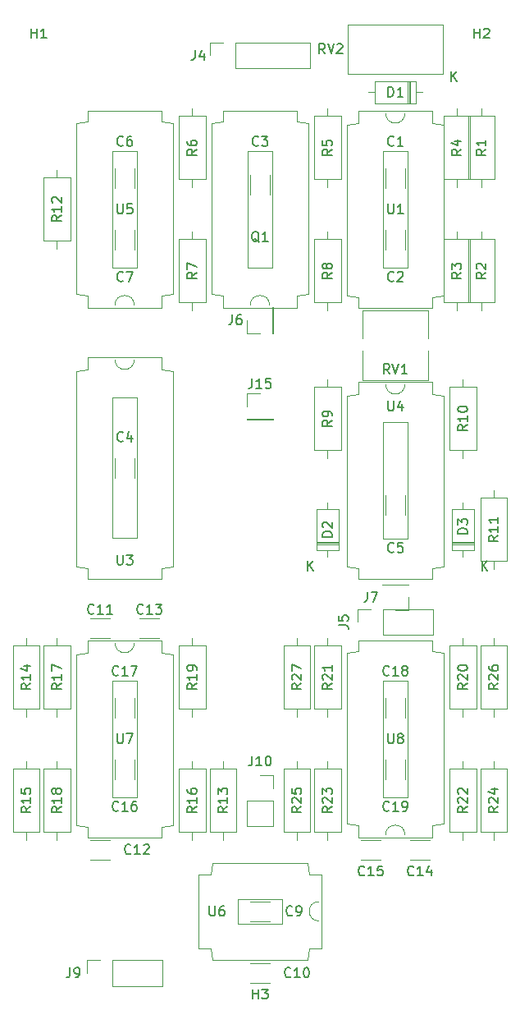
<source format=gto>
G04 #@! TF.GenerationSoftware,KiCad,Pcbnew,(6.0.0)*
G04 #@! TF.CreationDate,2022-08-08T23:08:48+02:00*
G04 #@! TF.ProjectId,FG-VCO-(core1),46472d56-434f-42d2-9863-6f726531292e,rev?*
G04 #@! TF.SameCoordinates,Original*
G04 #@! TF.FileFunction,Legend,Top*
G04 #@! TF.FilePolarity,Positive*
%FSLAX46Y46*%
G04 Gerber Fmt 4.6, Leading zero omitted, Abs format (unit mm)*
G04 Created by KiCad (PCBNEW (6.0.0)) date 2022-08-08 23:08:48*
%MOMM*%
%LPD*%
G01*
G04 APERTURE LIST*
%ADD10C,0.150000*%
%ADD11C,0.120000*%
%ADD12C,1.600000*%
%ADD13O,1.600000X1.600000*%
%ADD14C,1.524000*%
%ADD15C,3.200000*%
%ADD16R,1.700000X1.700000*%
%ADD17O,1.700000X1.700000*%
%ADD18R,1.600000X1.600000*%
%ADD19C,1.440000*%
G04 APERTURE END LIST*
D10*
X51252380Y-68587857D02*
X50776190Y-68921190D01*
X51252380Y-69159285D02*
X50252380Y-69159285D01*
X50252380Y-68778333D01*
X50300000Y-68683095D01*
X50347619Y-68635476D01*
X50442857Y-68587857D01*
X50585714Y-68587857D01*
X50680952Y-68635476D01*
X50728571Y-68683095D01*
X50776190Y-68778333D01*
X50776190Y-69159285D01*
X50347619Y-68206904D02*
X50300000Y-68159285D01*
X50252380Y-68064047D01*
X50252380Y-67825952D01*
X50300000Y-67730714D01*
X50347619Y-67683095D01*
X50442857Y-67635476D01*
X50538095Y-67635476D01*
X50680952Y-67683095D01*
X51252380Y-68254523D01*
X51252380Y-67635476D01*
X50252380Y-66778333D02*
X50252380Y-66968809D01*
X50300000Y-67064047D01*
X50347619Y-67111666D01*
X50490476Y-67206904D01*
X50680952Y-67254523D01*
X51061904Y-67254523D01*
X51157142Y-67206904D01*
X51204761Y-67159285D01*
X51252380Y-67064047D01*
X51252380Y-66873571D01*
X51204761Y-66778333D01*
X51157142Y-66730714D01*
X51061904Y-66683095D01*
X50823809Y-66683095D01*
X50728571Y-66730714D01*
X50680952Y-66778333D01*
X50633333Y-66873571D01*
X50633333Y-67064047D01*
X50680952Y-67159285D01*
X50728571Y-67206904D01*
X50823809Y-67254523D01*
X11938095Y-19137380D02*
X11938095Y-19946904D01*
X11985714Y-20042142D01*
X12033333Y-20089761D01*
X12128571Y-20137380D01*
X12319047Y-20137380D01*
X12414285Y-20089761D01*
X12461904Y-20042142D01*
X12509523Y-19946904D01*
X12509523Y-19137380D01*
X13461904Y-19137380D02*
X12985714Y-19137380D01*
X12938095Y-19613571D01*
X12985714Y-19565952D01*
X13080952Y-19518333D01*
X13319047Y-19518333D01*
X13414285Y-19565952D01*
X13461904Y-19613571D01*
X13509523Y-19708809D01*
X13509523Y-19946904D01*
X13461904Y-20042142D01*
X13414285Y-20089761D01*
X13319047Y-20137380D01*
X13080952Y-20137380D01*
X12985714Y-20089761D01*
X12938095Y-20042142D01*
X47442380Y-13501666D02*
X46966190Y-13835000D01*
X47442380Y-14073095D02*
X46442380Y-14073095D01*
X46442380Y-13692142D01*
X46490000Y-13596904D01*
X46537619Y-13549285D01*
X46632857Y-13501666D01*
X46775714Y-13501666D01*
X46870952Y-13549285D01*
X46918571Y-13596904D01*
X46966190Y-13692142D01*
X46966190Y-14073095D01*
X46775714Y-12644523D02*
X47442380Y-12644523D01*
X46394761Y-12882619D02*
X47109047Y-13120714D01*
X47109047Y-12501666D01*
X34107380Y-41441666D02*
X33631190Y-41775000D01*
X34107380Y-42013095D02*
X33107380Y-42013095D01*
X33107380Y-41632142D01*
X33155000Y-41536904D01*
X33202619Y-41489285D01*
X33297857Y-41441666D01*
X33440714Y-41441666D01*
X33535952Y-41489285D01*
X33583571Y-41536904D01*
X33631190Y-41632142D01*
X33631190Y-42013095D01*
X34107380Y-40965476D02*
X34107380Y-40775000D01*
X34059761Y-40679761D01*
X34012142Y-40632142D01*
X33869285Y-40536904D01*
X33678809Y-40489285D01*
X33297857Y-40489285D01*
X33202619Y-40536904D01*
X33155000Y-40584523D01*
X33107380Y-40679761D01*
X33107380Y-40870238D01*
X33155000Y-40965476D01*
X33202619Y-41013095D01*
X33297857Y-41060714D01*
X33535952Y-41060714D01*
X33631190Y-41013095D01*
X33678809Y-40965476D01*
X33726428Y-40870238D01*
X33726428Y-40679761D01*
X33678809Y-40584523D01*
X33631190Y-40536904D01*
X33535952Y-40489285D01*
X12533333Y-27027142D02*
X12485714Y-27074761D01*
X12342857Y-27122380D01*
X12247619Y-27122380D01*
X12104761Y-27074761D01*
X12009523Y-26979523D01*
X11961904Y-26884285D01*
X11914285Y-26693809D01*
X11914285Y-26550952D01*
X11961904Y-26360476D01*
X12009523Y-26265238D01*
X12104761Y-26170000D01*
X12247619Y-26122380D01*
X12342857Y-26122380D01*
X12485714Y-26170000D01*
X12533333Y-26217619D01*
X12866666Y-26122380D02*
X13533333Y-26122380D01*
X13104761Y-27122380D01*
X20137380Y-26201666D02*
X19661190Y-26535000D01*
X20137380Y-26773095D02*
X19137380Y-26773095D01*
X19137380Y-26392142D01*
X19185000Y-26296904D01*
X19232619Y-26249285D01*
X19327857Y-26201666D01*
X19470714Y-26201666D01*
X19565952Y-26249285D01*
X19613571Y-26296904D01*
X19661190Y-26392142D01*
X19661190Y-26773095D01*
X19137380Y-25868333D02*
X19137380Y-25201666D01*
X20137380Y-25630238D01*
X29837142Y-98782142D02*
X29789523Y-98829761D01*
X29646666Y-98877380D01*
X29551428Y-98877380D01*
X29408571Y-98829761D01*
X29313333Y-98734523D01*
X29265714Y-98639285D01*
X29218095Y-98448809D01*
X29218095Y-98305952D01*
X29265714Y-98115476D01*
X29313333Y-98020238D01*
X29408571Y-97925000D01*
X29551428Y-97877380D01*
X29646666Y-97877380D01*
X29789523Y-97925000D01*
X29837142Y-97972619D01*
X30789523Y-98877380D02*
X30218095Y-98877380D01*
X30503809Y-98877380D02*
X30503809Y-97877380D01*
X30408571Y-98020238D01*
X30313333Y-98115476D01*
X30218095Y-98163095D01*
X31408571Y-97877380D02*
X31503809Y-97877380D01*
X31599047Y-97925000D01*
X31646666Y-97972619D01*
X31694285Y-98067857D01*
X31741904Y-98258333D01*
X31741904Y-98496428D01*
X31694285Y-98686904D01*
X31646666Y-98782142D01*
X31599047Y-98829761D01*
X31503809Y-98877380D01*
X31408571Y-98877380D01*
X31313333Y-98829761D01*
X31265714Y-98782142D01*
X31218095Y-98686904D01*
X31170476Y-98496428D01*
X31170476Y-98258333D01*
X31218095Y-98067857D01*
X31265714Y-97972619D01*
X31313333Y-97925000D01*
X31408571Y-97877380D01*
X25908095Y-101099880D02*
X25908095Y-100099880D01*
X25908095Y-100576071D02*
X26479523Y-100576071D01*
X26479523Y-101099880D02*
X26479523Y-100099880D01*
X26860476Y-100099880D02*
X27479523Y-100099880D01*
X27146190Y-100480833D01*
X27289047Y-100480833D01*
X27384285Y-100528452D01*
X27431904Y-100576071D01*
X27479523Y-100671309D01*
X27479523Y-100909404D01*
X27431904Y-101004642D01*
X27384285Y-101052261D01*
X27289047Y-101099880D01*
X27003333Y-101099880D01*
X26908095Y-101052261D01*
X26860476Y-101004642D01*
X48077380Y-41917857D02*
X47601190Y-42251190D01*
X48077380Y-42489285D02*
X47077380Y-42489285D01*
X47077380Y-42108333D01*
X47125000Y-42013095D01*
X47172619Y-41965476D01*
X47267857Y-41917857D01*
X47410714Y-41917857D01*
X47505952Y-41965476D01*
X47553571Y-42013095D01*
X47601190Y-42108333D01*
X47601190Y-42489285D01*
X48077380Y-40965476D02*
X48077380Y-41536904D01*
X48077380Y-41251190D02*
X47077380Y-41251190D01*
X47220238Y-41346428D01*
X47315476Y-41441666D01*
X47363095Y-41536904D01*
X47077380Y-40346428D02*
X47077380Y-40251190D01*
X47125000Y-40155952D01*
X47172619Y-40108333D01*
X47267857Y-40060714D01*
X47458333Y-40013095D01*
X47696428Y-40013095D01*
X47886904Y-40060714D01*
X47982142Y-40108333D01*
X48029761Y-40155952D01*
X48077380Y-40251190D01*
X48077380Y-40346428D01*
X48029761Y-40441666D01*
X47982142Y-40489285D01*
X47886904Y-40536904D01*
X47696428Y-40584523D01*
X47458333Y-40584523D01*
X47267857Y-40536904D01*
X47172619Y-40489285D01*
X47125000Y-40441666D01*
X47077380Y-40346428D01*
X48768095Y-2039880D02*
X48768095Y-1039880D01*
X48768095Y-1516071D02*
X49339523Y-1516071D01*
X49339523Y-2039880D02*
X49339523Y-1039880D01*
X49768095Y-1135119D02*
X49815714Y-1087500D01*
X49910952Y-1039880D01*
X50149047Y-1039880D01*
X50244285Y-1087500D01*
X50291904Y-1135119D01*
X50339523Y-1230357D01*
X50339523Y-1325595D01*
X50291904Y-1468452D01*
X49720476Y-2039880D01*
X50339523Y-2039880D01*
X34107380Y-68587857D02*
X33631190Y-68921190D01*
X34107380Y-69159285D02*
X33107380Y-69159285D01*
X33107380Y-68778333D01*
X33155000Y-68683095D01*
X33202619Y-68635476D01*
X33297857Y-68587857D01*
X33440714Y-68587857D01*
X33535952Y-68635476D01*
X33583571Y-68683095D01*
X33631190Y-68778333D01*
X33631190Y-69159285D01*
X33202619Y-68206904D02*
X33155000Y-68159285D01*
X33107380Y-68064047D01*
X33107380Y-67825952D01*
X33155000Y-67730714D01*
X33202619Y-67683095D01*
X33297857Y-67635476D01*
X33393095Y-67635476D01*
X33535952Y-67683095D01*
X34107380Y-68254523D01*
X34107380Y-67635476D01*
X34107380Y-66683095D02*
X34107380Y-67254523D01*
X34107380Y-66968809D02*
X33107380Y-66968809D01*
X33250238Y-67064047D01*
X33345476Y-67159285D01*
X33393095Y-67254523D01*
X48077380Y-68587857D02*
X47601190Y-68921190D01*
X48077380Y-69159285D02*
X47077380Y-69159285D01*
X47077380Y-68778333D01*
X47125000Y-68683095D01*
X47172619Y-68635476D01*
X47267857Y-68587857D01*
X47410714Y-68587857D01*
X47505952Y-68635476D01*
X47553571Y-68683095D01*
X47601190Y-68778333D01*
X47601190Y-69159285D01*
X47172619Y-68206904D02*
X47125000Y-68159285D01*
X47077380Y-68064047D01*
X47077380Y-67825952D01*
X47125000Y-67730714D01*
X47172619Y-67683095D01*
X47267857Y-67635476D01*
X47363095Y-67635476D01*
X47505952Y-67683095D01*
X48077380Y-68254523D01*
X48077380Y-67635476D01*
X47077380Y-67016428D02*
X47077380Y-66921190D01*
X47125000Y-66825952D01*
X47172619Y-66778333D01*
X47267857Y-66730714D01*
X47458333Y-66683095D01*
X47696428Y-66683095D01*
X47886904Y-66730714D01*
X47982142Y-66778333D01*
X48029761Y-66825952D01*
X48077380Y-66921190D01*
X48077380Y-67016428D01*
X48029761Y-67111666D01*
X47982142Y-67159285D01*
X47886904Y-67206904D01*
X47696428Y-67254523D01*
X47458333Y-67254523D01*
X47267857Y-67206904D01*
X47172619Y-67159285D01*
X47125000Y-67111666D01*
X47077380Y-67016428D01*
X47442380Y-26201666D02*
X46966190Y-26535000D01*
X47442380Y-26773095D02*
X46442380Y-26773095D01*
X46442380Y-26392142D01*
X46490000Y-26296904D01*
X46537619Y-26249285D01*
X46632857Y-26201666D01*
X46775714Y-26201666D01*
X46870952Y-26249285D01*
X46918571Y-26296904D01*
X46966190Y-26392142D01*
X46966190Y-26773095D01*
X46442380Y-25868333D02*
X46442380Y-25249285D01*
X46823333Y-25582619D01*
X46823333Y-25439761D01*
X46870952Y-25344523D01*
X46918571Y-25296904D01*
X47013809Y-25249285D01*
X47251904Y-25249285D01*
X47347142Y-25296904D01*
X47394761Y-25344523D01*
X47442380Y-25439761D01*
X47442380Y-25725476D01*
X47394761Y-25820714D01*
X47347142Y-25868333D01*
X6167380Y-81287857D02*
X5691190Y-81621190D01*
X6167380Y-81859285D02*
X5167380Y-81859285D01*
X5167380Y-81478333D01*
X5215000Y-81383095D01*
X5262619Y-81335476D01*
X5357857Y-81287857D01*
X5500714Y-81287857D01*
X5595952Y-81335476D01*
X5643571Y-81383095D01*
X5691190Y-81478333D01*
X5691190Y-81859285D01*
X6167380Y-80335476D02*
X6167380Y-80906904D01*
X6167380Y-80621190D02*
X5167380Y-80621190D01*
X5310238Y-80716428D01*
X5405476Y-80811666D01*
X5453095Y-80906904D01*
X5595952Y-79764047D02*
X5548333Y-79859285D01*
X5500714Y-79906904D01*
X5405476Y-79954523D01*
X5357857Y-79954523D01*
X5262619Y-79906904D01*
X5215000Y-79859285D01*
X5167380Y-79764047D01*
X5167380Y-79573571D01*
X5215000Y-79478333D01*
X5262619Y-79430714D01*
X5357857Y-79383095D01*
X5405476Y-79383095D01*
X5500714Y-79430714D01*
X5548333Y-79478333D01*
X5595952Y-79573571D01*
X5595952Y-79764047D01*
X5643571Y-79859285D01*
X5691190Y-79906904D01*
X5786428Y-79954523D01*
X5976904Y-79954523D01*
X6072142Y-79906904D01*
X6119761Y-79859285D01*
X6167380Y-79764047D01*
X6167380Y-79573571D01*
X6119761Y-79478333D01*
X6072142Y-79430714D01*
X5976904Y-79383095D01*
X5786428Y-79383095D01*
X5691190Y-79430714D01*
X5643571Y-79478333D01*
X5595952Y-79573571D01*
X9517142Y-61317142D02*
X9469523Y-61364761D01*
X9326666Y-61412380D01*
X9231428Y-61412380D01*
X9088571Y-61364761D01*
X8993333Y-61269523D01*
X8945714Y-61174285D01*
X8898095Y-60983809D01*
X8898095Y-60840952D01*
X8945714Y-60650476D01*
X8993333Y-60555238D01*
X9088571Y-60460000D01*
X9231428Y-60412380D01*
X9326666Y-60412380D01*
X9469523Y-60460000D01*
X9517142Y-60507619D01*
X10469523Y-61412380D02*
X9898095Y-61412380D01*
X10183809Y-61412380D02*
X10183809Y-60412380D01*
X10088571Y-60555238D01*
X9993333Y-60650476D01*
X9898095Y-60698095D01*
X11421904Y-61412380D02*
X10850476Y-61412380D01*
X11136190Y-61412380D02*
X11136190Y-60412380D01*
X11040952Y-60555238D01*
X10945714Y-60650476D01*
X10850476Y-60698095D01*
X12057142Y-67667142D02*
X12009523Y-67714761D01*
X11866666Y-67762380D01*
X11771428Y-67762380D01*
X11628571Y-67714761D01*
X11533333Y-67619523D01*
X11485714Y-67524285D01*
X11438095Y-67333809D01*
X11438095Y-67190952D01*
X11485714Y-67000476D01*
X11533333Y-66905238D01*
X11628571Y-66810000D01*
X11771428Y-66762380D01*
X11866666Y-66762380D01*
X12009523Y-66810000D01*
X12057142Y-66857619D01*
X13009523Y-67762380D02*
X12438095Y-67762380D01*
X12723809Y-67762380D02*
X12723809Y-66762380D01*
X12628571Y-66905238D01*
X12533333Y-67000476D01*
X12438095Y-67048095D01*
X13342857Y-66762380D02*
X14009523Y-66762380D01*
X13580952Y-67762380D01*
X26503333Y-13057142D02*
X26455714Y-13104761D01*
X26312857Y-13152380D01*
X26217619Y-13152380D01*
X26074761Y-13104761D01*
X25979523Y-13009523D01*
X25931904Y-12914285D01*
X25884285Y-12723809D01*
X25884285Y-12580952D01*
X25931904Y-12390476D01*
X25979523Y-12295238D01*
X26074761Y-12200000D01*
X26217619Y-12152380D01*
X26312857Y-12152380D01*
X26455714Y-12200000D01*
X26503333Y-12247619D01*
X26836666Y-12152380D02*
X27455714Y-12152380D01*
X27122380Y-12533333D01*
X27265238Y-12533333D01*
X27360476Y-12580952D01*
X27408095Y-12628571D01*
X27455714Y-12723809D01*
X27455714Y-12961904D01*
X27408095Y-13057142D01*
X27360476Y-13104761D01*
X27265238Y-13152380D01*
X26979523Y-13152380D01*
X26884285Y-13104761D01*
X26836666Y-13057142D01*
X25860476Y-37127380D02*
X25860476Y-37841666D01*
X25812857Y-37984523D01*
X25717619Y-38079761D01*
X25574761Y-38127380D01*
X25479523Y-38127380D01*
X26860476Y-38127380D02*
X26289047Y-38127380D01*
X26574761Y-38127380D02*
X26574761Y-37127380D01*
X26479523Y-37270238D01*
X26384285Y-37365476D01*
X26289047Y-37413095D01*
X27765238Y-37127380D02*
X27289047Y-37127380D01*
X27241428Y-37603571D01*
X27289047Y-37555952D01*
X27384285Y-37508333D01*
X27622380Y-37508333D01*
X27717619Y-37555952D01*
X27765238Y-37603571D01*
X27812857Y-37698809D01*
X27812857Y-37936904D01*
X27765238Y-38032142D01*
X27717619Y-38079761D01*
X27622380Y-38127380D01*
X27384285Y-38127380D01*
X27289047Y-38079761D01*
X27241428Y-38032142D01*
X42537142Y-88304642D02*
X42489523Y-88352261D01*
X42346666Y-88399880D01*
X42251428Y-88399880D01*
X42108571Y-88352261D01*
X42013333Y-88257023D01*
X41965714Y-88161785D01*
X41918095Y-87971309D01*
X41918095Y-87828452D01*
X41965714Y-87637976D01*
X42013333Y-87542738D01*
X42108571Y-87447500D01*
X42251428Y-87399880D01*
X42346666Y-87399880D01*
X42489523Y-87447500D01*
X42537142Y-87495119D01*
X43489523Y-88399880D02*
X42918095Y-88399880D01*
X43203809Y-88399880D02*
X43203809Y-87399880D01*
X43108571Y-87542738D01*
X43013333Y-87637976D01*
X42918095Y-87685595D01*
X44346666Y-87733214D02*
X44346666Y-88399880D01*
X44108571Y-87352261D02*
X43870476Y-88066547D01*
X44489523Y-88066547D01*
X39878095Y-39457380D02*
X39878095Y-40266904D01*
X39925714Y-40362142D01*
X39973333Y-40409761D01*
X40068571Y-40457380D01*
X40259047Y-40457380D01*
X40354285Y-40409761D01*
X40401904Y-40362142D01*
X40449523Y-40266904D01*
X40449523Y-39457380D01*
X41354285Y-39790714D02*
X41354285Y-40457380D01*
X41116190Y-39409761D02*
X40878095Y-40124047D01*
X41497142Y-40124047D01*
X19976666Y-3287380D02*
X19976666Y-4001666D01*
X19929047Y-4144523D01*
X19833809Y-4239761D01*
X19690952Y-4287380D01*
X19595714Y-4287380D01*
X20881428Y-3620714D02*
X20881428Y-4287380D01*
X20643333Y-3239761D02*
X20405238Y-3954047D01*
X21024285Y-3954047D01*
X23312380Y-81287857D02*
X22836190Y-81621190D01*
X23312380Y-81859285D02*
X22312380Y-81859285D01*
X22312380Y-81478333D01*
X22360000Y-81383095D01*
X22407619Y-81335476D01*
X22502857Y-81287857D01*
X22645714Y-81287857D01*
X22740952Y-81335476D01*
X22788571Y-81383095D01*
X22836190Y-81478333D01*
X22836190Y-81859285D01*
X23312380Y-80335476D02*
X23312380Y-80906904D01*
X23312380Y-80621190D02*
X22312380Y-80621190D01*
X22455238Y-80716428D01*
X22550476Y-80811666D01*
X22598095Y-80906904D01*
X22312380Y-80002142D02*
X22312380Y-79383095D01*
X22693333Y-79716428D01*
X22693333Y-79573571D01*
X22740952Y-79478333D01*
X22788571Y-79430714D01*
X22883809Y-79383095D01*
X23121904Y-79383095D01*
X23217142Y-79430714D01*
X23264761Y-79478333D01*
X23312380Y-79573571D01*
X23312380Y-79859285D01*
X23264761Y-79954523D01*
X23217142Y-80002142D01*
X51252380Y-53347857D02*
X50776190Y-53681190D01*
X51252380Y-53919285D02*
X50252380Y-53919285D01*
X50252380Y-53538333D01*
X50300000Y-53443095D01*
X50347619Y-53395476D01*
X50442857Y-53347857D01*
X50585714Y-53347857D01*
X50680952Y-53395476D01*
X50728571Y-53443095D01*
X50776190Y-53538333D01*
X50776190Y-53919285D01*
X51252380Y-52395476D02*
X51252380Y-52966904D01*
X51252380Y-52681190D02*
X50252380Y-52681190D01*
X50395238Y-52776428D01*
X50490476Y-52871666D01*
X50538095Y-52966904D01*
X51252380Y-51443095D02*
X51252380Y-52014523D01*
X51252380Y-51728809D02*
X50252380Y-51728809D01*
X50395238Y-51824047D01*
X50490476Y-51919285D01*
X50538095Y-52014523D01*
X6167380Y-68587857D02*
X5691190Y-68921190D01*
X6167380Y-69159285D02*
X5167380Y-69159285D01*
X5167380Y-68778333D01*
X5215000Y-68683095D01*
X5262619Y-68635476D01*
X5357857Y-68587857D01*
X5500714Y-68587857D01*
X5595952Y-68635476D01*
X5643571Y-68683095D01*
X5691190Y-68778333D01*
X5691190Y-69159285D01*
X6167380Y-67635476D02*
X6167380Y-68206904D01*
X6167380Y-67921190D02*
X5167380Y-67921190D01*
X5310238Y-68016428D01*
X5405476Y-68111666D01*
X5453095Y-68206904D01*
X5167380Y-67302142D02*
X5167380Y-66635476D01*
X6167380Y-67064047D01*
X40473333Y-54967142D02*
X40425714Y-55014761D01*
X40282857Y-55062380D01*
X40187619Y-55062380D01*
X40044761Y-55014761D01*
X39949523Y-54919523D01*
X39901904Y-54824285D01*
X39854285Y-54633809D01*
X39854285Y-54490952D01*
X39901904Y-54300476D01*
X39949523Y-54205238D01*
X40044761Y-54110000D01*
X40187619Y-54062380D01*
X40282857Y-54062380D01*
X40425714Y-54110000D01*
X40473333Y-54157619D01*
X41378095Y-54062380D02*
X40901904Y-54062380D01*
X40854285Y-54538571D01*
X40901904Y-54490952D01*
X40997142Y-54443333D01*
X41235238Y-54443333D01*
X41330476Y-54490952D01*
X41378095Y-54538571D01*
X41425714Y-54633809D01*
X41425714Y-54871904D01*
X41378095Y-54967142D01*
X41330476Y-55014761D01*
X41235238Y-55062380D01*
X40997142Y-55062380D01*
X40901904Y-55014761D01*
X40854285Y-54967142D01*
X2992380Y-68587857D02*
X2516190Y-68921190D01*
X2992380Y-69159285D02*
X1992380Y-69159285D01*
X1992380Y-68778333D01*
X2040000Y-68683095D01*
X2087619Y-68635476D01*
X2182857Y-68587857D01*
X2325714Y-68587857D01*
X2420952Y-68635476D01*
X2468571Y-68683095D01*
X2516190Y-68778333D01*
X2516190Y-69159285D01*
X2992380Y-67635476D02*
X2992380Y-68206904D01*
X2992380Y-67921190D02*
X1992380Y-67921190D01*
X2135238Y-68016428D01*
X2230476Y-68111666D01*
X2278095Y-68206904D01*
X2325714Y-66778333D02*
X2992380Y-66778333D01*
X1944761Y-67016428D02*
X2659047Y-67254523D01*
X2659047Y-66635476D01*
X48077380Y-53125595D02*
X47077380Y-53125595D01*
X47077380Y-52887500D01*
X47125000Y-52744642D01*
X47220238Y-52649404D01*
X47315476Y-52601785D01*
X47505952Y-52554166D01*
X47648809Y-52554166D01*
X47839285Y-52601785D01*
X47934523Y-52649404D01*
X48029761Y-52744642D01*
X48077380Y-52887500D01*
X48077380Y-53125595D01*
X47077380Y-52220833D02*
X47077380Y-51601785D01*
X47458333Y-51935119D01*
X47458333Y-51792261D01*
X47505952Y-51697023D01*
X47553571Y-51649404D01*
X47648809Y-51601785D01*
X47886904Y-51601785D01*
X47982142Y-51649404D01*
X48029761Y-51697023D01*
X48077380Y-51792261D01*
X48077380Y-52077976D01*
X48029761Y-52173214D01*
X47982142Y-52220833D01*
X49585595Y-56967380D02*
X49585595Y-55967380D01*
X50157023Y-56967380D02*
X49728452Y-56395952D01*
X50157023Y-55967380D02*
X49585595Y-56538809D01*
X34782380Y-62563333D02*
X35496666Y-62563333D01*
X35639523Y-62610952D01*
X35734761Y-62706190D01*
X35782380Y-62849047D01*
X35782380Y-62944285D01*
X34782380Y-61610952D02*
X34782380Y-62087142D01*
X35258571Y-62134761D01*
X35210952Y-62087142D01*
X35163333Y-61991904D01*
X35163333Y-61753809D01*
X35210952Y-61658571D01*
X35258571Y-61610952D01*
X35353809Y-61563333D01*
X35591904Y-61563333D01*
X35687142Y-61610952D01*
X35734761Y-61658571D01*
X35782380Y-61753809D01*
X35782380Y-61991904D01*
X35734761Y-62087142D01*
X35687142Y-62134761D01*
X34107380Y-26201666D02*
X33631190Y-26535000D01*
X34107380Y-26773095D02*
X33107380Y-26773095D01*
X33107380Y-26392142D01*
X33155000Y-26296904D01*
X33202619Y-26249285D01*
X33297857Y-26201666D01*
X33440714Y-26201666D01*
X33535952Y-26249285D01*
X33583571Y-26296904D01*
X33631190Y-26392142D01*
X33631190Y-26773095D01*
X33535952Y-25630238D02*
X33488333Y-25725476D01*
X33440714Y-25773095D01*
X33345476Y-25820714D01*
X33297857Y-25820714D01*
X33202619Y-25773095D01*
X33155000Y-25725476D01*
X33107380Y-25630238D01*
X33107380Y-25439761D01*
X33155000Y-25344523D01*
X33202619Y-25296904D01*
X33297857Y-25249285D01*
X33345476Y-25249285D01*
X33440714Y-25296904D01*
X33488333Y-25344523D01*
X33535952Y-25439761D01*
X33535952Y-25630238D01*
X33583571Y-25725476D01*
X33631190Y-25773095D01*
X33726428Y-25820714D01*
X33916904Y-25820714D01*
X34012142Y-25773095D01*
X34059761Y-25725476D01*
X34107380Y-25630238D01*
X34107380Y-25439761D01*
X34059761Y-25344523D01*
X34012142Y-25296904D01*
X33916904Y-25249285D01*
X33726428Y-25249285D01*
X33631190Y-25296904D01*
X33583571Y-25344523D01*
X33535952Y-25439761D01*
X12057142Y-81637142D02*
X12009523Y-81684761D01*
X11866666Y-81732380D01*
X11771428Y-81732380D01*
X11628571Y-81684761D01*
X11533333Y-81589523D01*
X11485714Y-81494285D01*
X11438095Y-81303809D01*
X11438095Y-81160952D01*
X11485714Y-80970476D01*
X11533333Y-80875238D01*
X11628571Y-80780000D01*
X11771428Y-80732380D01*
X11866666Y-80732380D01*
X12009523Y-80780000D01*
X12057142Y-80827619D01*
X13009523Y-81732380D02*
X12438095Y-81732380D01*
X12723809Y-81732380D02*
X12723809Y-80732380D01*
X12628571Y-80875238D01*
X12533333Y-80970476D01*
X12438095Y-81018095D01*
X13866666Y-80732380D02*
X13676190Y-80732380D01*
X13580952Y-80780000D01*
X13533333Y-80827619D01*
X13438095Y-80970476D01*
X13390476Y-81160952D01*
X13390476Y-81541904D01*
X13438095Y-81637142D01*
X13485714Y-81684761D01*
X13580952Y-81732380D01*
X13771428Y-81732380D01*
X13866666Y-81684761D01*
X13914285Y-81637142D01*
X13961904Y-81541904D01*
X13961904Y-81303809D01*
X13914285Y-81208571D01*
X13866666Y-81160952D01*
X13771428Y-81113333D01*
X13580952Y-81113333D01*
X13485714Y-81160952D01*
X13438095Y-81208571D01*
X13390476Y-81303809D01*
X29995833Y-92432142D02*
X29948214Y-92479761D01*
X29805357Y-92527380D01*
X29710119Y-92527380D01*
X29567261Y-92479761D01*
X29472023Y-92384523D01*
X29424404Y-92289285D01*
X29376785Y-92098809D01*
X29376785Y-91955952D01*
X29424404Y-91765476D01*
X29472023Y-91670238D01*
X29567261Y-91575000D01*
X29710119Y-91527380D01*
X29805357Y-91527380D01*
X29948214Y-91575000D01*
X29995833Y-91622619D01*
X30472023Y-92527380D02*
X30662500Y-92527380D01*
X30757738Y-92479761D01*
X30805357Y-92432142D01*
X30900595Y-92289285D01*
X30948214Y-92098809D01*
X30948214Y-91717857D01*
X30900595Y-91622619D01*
X30852976Y-91575000D01*
X30757738Y-91527380D01*
X30567261Y-91527380D01*
X30472023Y-91575000D01*
X30424404Y-91622619D01*
X30376785Y-91717857D01*
X30376785Y-91955952D01*
X30424404Y-92051190D01*
X30472023Y-92098809D01*
X30567261Y-92146428D01*
X30757738Y-92146428D01*
X30852976Y-92098809D01*
X30900595Y-92051190D01*
X30948214Y-91955952D01*
X7056666Y-97877380D02*
X7056666Y-98591666D01*
X7009047Y-98734523D01*
X6913809Y-98829761D01*
X6770952Y-98877380D01*
X6675714Y-98877380D01*
X7580476Y-98877380D02*
X7770952Y-98877380D01*
X7866190Y-98829761D01*
X7913809Y-98782142D01*
X8009047Y-98639285D01*
X8056666Y-98448809D01*
X8056666Y-98067857D01*
X8009047Y-97972619D01*
X7961428Y-97925000D01*
X7866190Y-97877380D01*
X7675714Y-97877380D01*
X7580476Y-97925000D01*
X7532857Y-97972619D01*
X7485238Y-98067857D01*
X7485238Y-98305952D01*
X7532857Y-98401190D01*
X7580476Y-98448809D01*
X7675714Y-98496428D01*
X7866190Y-98496428D01*
X7961428Y-98448809D01*
X8009047Y-98401190D01*
X8056666Y-98305952D01*
X34107380Y-53443095D02*
X33107380Y-53443095D01*
X33107380Y-53205000D01*
X33155000Y-53062142D01*
X33250238Y-52966904D01*
X33345476Y-52919285D01*
X33535952Y-52871666D01*
X33678809Y-52871666D01*
X33869285Y-52919285D01*
X33964523Y-52966904D01*
X34059761Y-53062142D01*
X34107380Y-53205000D01*
X34107380Y-53443095D01*
X33202619Y-52490714D02*
X33155000Y-52443095D01*
X33107380Y-52347857D01*
X33107380Y-52109761D01*
X33155000Y-52014523D01*
X33202619Y-51966904D01*
X33297857Y-51919285D01*
X33393095Y-51919285D01*
X33535952Y-51966904D01*
X34107380Y-52538333D01*
X34107380Y-51919285D01*
X31593095Y-56967380D02*
X31593095Y-55967380D01*
X32164523Y-56967380D02*
X31735952Y-56395952D01*
X32164523Y-55967380D02*
X31593095Y-56538809D01*
X30932380Y-68587857D02*
X30456190Y-68921190D01*
X30932380Y-69159285D02*
X29932380Y-69159285D01*
X29932380Y-68778333D01*
X29980000Y-68683095D01*
X30027619Y-68635476D01*
X30122857Y-68587857D01*
X30265714Y-68587857D01*
X30360952Y-68635476D01*
X30408571Y-68683095D01*
X30456190Y-68778333D01*
X30456190Y-69159285D01*
X30027619Y-68206904D02*
X29980000Y-68159285D01*
X29932380Y-68064047D01*
X29932380Y-67825952D01*
X29980000Y-67730714D01*
X30027619Y-67683095D01*
X30122857Y-67635476D01*
X30218095Y-67635476D01*
X30360952Y-67683095D01*
X30932380Y-68254523D01*
X30932380Y-67635476D01*
X29932380Y-67302142D02*
X29932380Y-66635476D01*
X30932380Y-67064047D01*
X48077380Y-81287857D02*
X47601190Y-81621190D01*
X48077380Y-81859285D02*
X47077380Y-81859285D01*
X47077380Y-81478333D01*
X47125000Y-81383095D01*
X47172619Y-81335476D01*
X47267857Y-81287857D01*
X47410714Y-81287857D01*
X47505952Y-81335476D01*
X47553571Y-81383095D01*
X47601190Y-81478333D01*
X47601190Y-81859285D01*
X47172619Y-80906904D02*
X47125000Y-80859285D01*
X47077380Y-80764047D01*
X47077380Y-80525952D01*
X47125000Y-80430714D01*
X47172619Y-80383095D01*
X47267857Y-80335476D01*
X47363095Y-80335476D01*
X47505952Y-80383095D01*
X48077380Y-80954523D01*
X48077380Y-80335476D01*
X47172619Y-79954523D02*
X47125000Y-79906904D01*
X47077380Y-79811666D01*
X47077380Y-79573571D01*
X47125000Y-79478333D01*
X47172619Y-79430714D01*
X47267857Y-79383095D01*
X47363095Y-79383095D01*
X47505952Y-79430714D01*
X48077380Y-80002142D01*
X48077380Y-79383095D01*
X39997142Y-81637142D02*
X39949523Y-81684761D01*
X39806666Y-81732380D01*
X39711428Y-81732380D01*
X39568571Y-81684761D01*
X39473333Y-81589523D01*
X39425714Y-81494285D01*
X39378095Y-81303809D01*
X39378095Y-81160952D01*
X39425714Y-80970476D01*
X39473333Y-80875238D01*
X39568571Y-80780000D01*
X39711428Y-80732380D01*
X39806666Y-80732380D01*
X39949523Y-80780000D01*
X39997142Y-80827619D01*
X40949523Y-81732380D02*
X40378095Y-81732380D01*
X40663809Y-81732380D02*
X40663809Y-80732380D01*
X40568571Y-80875238D01*
X40473333Y-80970476D01*
X40378095Y-81018095D01*
X41425714Y-81732380D02*
X41616190Y-81732380D01*
X41711428Y-81684761D01*
X41759047Y-81637142D01*
X41854285Y-81494285D01*
X41901904Y-81303809D01*
X41901904Y-80922857D01*
X41854285Y-80827619D01*
X41806666Y-80780000D01*
X41711428Y-80732380D01*
X41520952Y-80732380D01*
X41425714Y-80780000D01*
X41378095Y-80827619D01*
X41330476Y-80922857D01*
X41330476Y-81160952D01*
X41378095Y-81256190D01*
X41425714Y-81303809D01*
X41520952Y-81351428D01*
X41711428Y-81351428D01*
X41806666Y-81303809D01*
X41854285Y-81256190D01*
X41901904Y-81160952D01*
X33377261Y-3627380D02*
X33043928Y-3151190D01*
X32805833Y-3627380D02*
X32805833Y-2627380D01*
X33186785Y-2627380D01*
X33282023Y-2675000D01*
X33329642Y-2722619D01*
X33377261Y-2817857D01*
X33377261Y-2960714D01*
X33329642Y-3055952D01*
X33282023Y-3103571D01*
X33186785Y-3151190D01*
X32805833Y-3151190D01*
X33662976Y-2627380D02*
X33996309Y-3627380D01*
X34329642Y-2627380D01*
X34615357Y-2722619D02*
X34662976Y-2675000D01*
X34758214Y-2627380D01*
X34996309Y-2627380D01*
X35091547Y-2675000D01*
X35139166Y-2722619D01*
X35186785Y-2817857D01*
X35186785Y-2913095D01*
X35139166Y-3055952D01*
X34567738Y-3627380D01*
X35186785Y-3627380D01*
X6167380Y-20327857D02*
X5691190Y-20661190D01*
X6167380Y-20899285D02*
X5167380Y-20899285D01*
X5167380Y-20518333D01*
X5215000Y-20423095D01*
X5262619Y-20375476D01*
X5357857Y-20327857D01*
X5500714Y-20327857D01*
X5595952Y-20375476D01*
X5643571Y-20423095D01*
X5691190Y-20518333D01*
X5691190Y-20899285D01*
X6167380Y-19375476D02*
X6167380Y-19946904D01*
X6167380Y-19661190D02*
X5167380Y-19661190D01*
X5310238Y-19756428D01*
X5405476Y-19851666D01*
X5453095Y-19946904D01*
X5262619Y-18994523D02*
X5215000Y-18946904D01*
X5167380Y-18851666D01*
X5167380Y-18613571D01*
X5215000Y-18518333D01*
X5262619Y-18470714D01*
X5357857Y-18423095D01*
X5453095Y-18423095D01*
X5595952Y-18470714D01*
X6167380Y-19042142D01*
X6167380Y-18423095D01*
X37766666Y-59142380D02*
X37766666Y-59856666D01*
X37719047Y-59999523D01*
X37623809Y-60094761D01*
X37480952Y-60142380D01*
X37385714Y-60142380D01*
X38147619Y-59142380D02*
X38814285Y-59142380D01*
X38385714Y-60142380D01*
X20137380Y-81287857D02*
X19661190Y-81621190D01*
X20137380Y-81859285D02*
X19137380Y-81859285D01*
X19137380Y-81478333D01*
X19185000Y-81383095D01*
X19232619Y-81335476D01*
X19327857Y-81287857D01*
X19470714Y-81287857D01*
X19565952Y-81335476D01*
X19613571Y-81383095D01*
X19661190Y-81478333D01*
X19661190Y-81859285D01*
X20137380Y-80335476D02*
X20137380Y-80906904D01*
X20137380Y-80621190D02*
X19137380Y-80621190D01*
X19280238Y-80716428D01*
X19375476Y-80811666D01*
X19423095Y-80906904D01*
X19137380Y-79478333D02*
X19137380Y-79668809D01*
X19185000Y-79764047D01*
X19232619Y-79811666D01*
X19375476Y-79906904D01*
X19565952Y-79954523D01*
X19946904Y-79954523D01*
X20042142Y-79906904D01*
X20089761Y-79859285D01*
X20137380Y-79764047D01*
X20137380Y-79573571D01*
X20089761Y-79478333D01*
X20042142Y-79430714D01*
X19946904Y-79383095D01*
X19708809Y-79383095D01*
X19613571Y-79430714D01*
X19565952Y-79478333D01*
X19518333Y-79573571D01*
X19518333Y-79764047D01*
X19565952Y-79859285D01*
X19613571Y-79906904D01*
X19708809Y-79954523D01*
X14597142Y-61317142D02*
X14549523Y-61364761D01*
X14406666Y-61412380D01*
X14311428Y-61412380D01*
X14168571Y-61364761D01*
X14073333Y-61269523D01*
X14025714Y-61174285D01*
X13978095Y-60983809D01*
X13978095Y-60840952D01*
X14025714Y-60650476D01*
X14073333Y-60555238D01*
X14168571Y-60460000D01*
X14311428Y-60412380D01*
X14406666Y-60412380D01*
X14549523Y-60460000D01*
X14597142Y-60507619D01*
X15549523Y-61412380D02*
X14978095Y-61412380D01*
X15263809Y-61412380D02*
X15263809Y-60412380D01*
X15168571Y-60555238D01*
X15073333Y-60650476D01*
X14978095Y-60698095D01*
X15882857Y-60412380D02*
X16501904Y-60412380D01*
X16168571Y-60793333D01*
X16311428Y-60793333D01*
X16406666Y-60840952D01*
X16454285Y-60888571D01*
X16501904Y-60983809D01*
X16501904Y-61221904D01*
X16454285Y-61317142D01*
X16406666Y-61364761D01*
X16311428Y-61412380D01*
X16025714Y-61412380D01*
X15930476Y-61364761D01*
X15882857Y-61317142D01*
X25860476Y-76057380D02*
X25860476Y-76771666D01*
X25812857Y-76914523D01*
X25717619Y-77009761D01*
X25574761Y-77057380D01*
X25479523Y-77057380D01*
X26860476Y-77057380D02*
X26289047Y-77057380D01*
X26574761Y-77057380D02*
X26574761Y-76057380D01*
X26479523Y-76200238D01*
X26384285Y-76295476D01*
X26289047Y-76343095D01*
X27479523Y-76057380D02*
X27574761Y-76057380D01*
X27670000Y-76105000D01*
X27717619Y-76152619D01*
X27765238Y-76247857D01*
X27812857Y-76438333D01*
X27812857Y-76676428D01*
X27765238Y-76866904D01*
X27717619Y-76962142D01*
X27670000Y-77009761D01*
X27574761Y-77057380D01*
X27479523Y-77057380D01*
X27384285Y-77009761D01*
X27336666Y-76962142D01*
X27289047Y-76866904D01*
X27241428Y-76676428D01*
X27241428Y-76438333D01*
X27289047Y-76247857D01*
X27336666Y-76152619D01*
X27384285Y-76105000D01*
X27479523Y-76057380D01*
X12533333Y-13057142D02*
X12485714Y-13104761D01*
X12342857Y-13152380D01*
X12247619Y-13152380D01*
X12104761Y-13104761D01*
X12009523Y-13009523D01*
X11961904Y-12914285D01*
X11914285Y-12723809D01*
X11914285Y-12580952D01*
X11961904Y-12390476D01*
X12009523Y-12295238D01*
X12104761Y-12200000D01*
X12247619Y-12152380D01*
X12342857Y-12152380D01*
X12485714Y-12200000D01*
X12533333Y-12247619D01*
X13390476Y-12152380D02*
X13200000Y-12152380D01*
X13104761Y-12200000D01*
X13057142Y-12247619D01*
X12961904Y-12390476D01*
X12914285Y-12580952D01*
X12914285Y-12961904D01*
X12961904Y-13057142D01*
X13009523Y-13104761D01*
X13104761Y-13152380D01*
X13295238Y-13152380D01*
X13390476Y-13104761D01*
X13438095Y-13057142D01*
X13485714Y-12961904D01*
X13485714Y-12723809D01*
X13438095Y-12628571D01*
X13390476Y-12580952D01*
X13295238Y-12533333D01*
X13104761Y-12533333D01*
X13009523Y-12580952D01*
X12961904Y-12628571D01*
X12914285Y-12723809D01*
X39878095Y-73747380D02*
X39878095Y-74556904D01*
X39925714Y-74652142D01*
X39973333Y-74699761D01*
X40068571Y-74747380D01*
X40259047Y-74747380D01*
X40354285Y-74699761D01*
X40401904Y-74652142D01*
X40449523Y-74556904D01*
X40449523Y-73747380D01*
X41068571Y-74175952D02*
X40973333Y-74128333D01*
X40925714Y-74080714D01*
X40878095Y-73985476D01*
X40878095Y-73937857D01*
X40925714Y-73842619D01*
X40973333Y-73795000D01*
X41068571Y-73747380D01*
X41259047Y-73747380D01*
X41354285Y-73795000D01*
X41401904Y-73842619D01*
X41449523Y-73937857D01*
X41449523Y-73985476D01*
X41401904Y-74080714D01*
X41354285Y-74128333D01*
X41259047Y-74175952D01*
X41068571Y-74175952D01*
X40973333Y-74223571D01*
X40925714Y-74271190D01*
X40878095Y-74366428D01*
X40878095Y-74556904D01*
X40925714Y-74652142D01*
X40973333Y-74699761D01*
X41068571Y-74747380D01*
X41259047Y-74747380D01*
X41354285Y-74699761D01*
X41401904Y-74652142D01*
X41449523Y-74556904D01*
X41449523Y-74366428D01*
X41401904Y-74271190D01*
X41354285Y-74223571D01*
X41259047Y-74175952D01*
X40044761Y-36647380D02*
X39711428Y-36171190D01*
X39473333Y-36647380D02*
X39473333Y-35647380D01*
X39854285Y-35647380D01*
X39949523Y-35695000D01*
X39997142Y-35742619D01*
X40044761Y-35837857D01*
X40044761Y-35980714D01*
X39997142Y-36075952D01*
X39949523Y-36123571D01*
X39854285Y-36171190D01*
X39473333Y-36171190D01*
X40330476Y-35647380D02*
X40663809Y-36647380D01*
X40997142Y-35647380D01*
X41854285Y-36647380D02*
X41282857Y-36647380D01*
X41568571Y-36647380D02*
X41568571Y-35647380D01*
X41473333Y-35790238D01*
X41378095Y-35885476D01*
X41282857Y-35933095D01*
X40473333Y-13057142D02*
X40425714Y-13104761D01*
X40282857Y-13152380D01*
X40187619Y-13152380D01*
X40044761Y-13104761D01*
X39949523Y-13009523D01*
X39901904Y-12914285D01*
X39854285Y-12723809D01*
X39854285Y-12580952D01*
X39901904Y-12390476D01*
X39949523Y-12295238D01*
X40044761Y-12200000D01*
X40187619Y-12152380D01*
X40282857Y-12152380D01*
X40425714Y-12200000D01*
X40473333Y-12247619D01*
X41425714Y-13152380D02*
X40854285Y-13152380D01*
X41140000Y-13152380D02*
X41140000Y-12152380D01*
X41044761Y-12295238D01*
X40949523Y-12390476D01*
X40854285Y-12438095D01*
X26574761Y-23090119D02*
X26479523Y-23042500D01*
X26384285Y-22947261D01*
X26241428Y-22804404D01*
X26146190Y-22756785D01*
X26050952Y-22756785D01*
X26098571Y-22994880D02*
X26003333Y-22947261D01*
X25908095Y-22852023D01*
X25860476Y-22661547D01*
X25860476Y-22328214D01*
X25908095Y-22137738D01*
X26003333Y-22042500D01*
X26098571Y-21994880D01*
X26289047Y-21994880D01*
X26384285Y-22042500D01*
X26479523Y-22137738D01*
X26527142Y-22328214D01*
X26527142Y-22661547D01*
X26479523Y-22852023D01*
X26384285Y-22947261D01*
X26289047Y-22994880D01*
X26098571Y-22994880D01*
X27479523Y-22994880D02*
X26908095Y-22994880D01*
X27193809Y-22994880D02*
X27193809Y-21994880D01*
X27098571Y-22137738D01*
X27003333Y-22232976D01*
X26908095Y-22280595D01*
X51252380Y-81287857D02*
X50776190Y-81621190D01*
X51252380Y-81859285D02*
X50252380Y-81859285D01*
X50252380Y-81478333D01*
X50300000Y-81383095D01*
X50347619Y-81335476D01*
X50442857Y-81287857D01*
X50585714Y-81287857D01*
X50680952Y-81335476D01*
X50728571Y-81383095D01*
X50776190Y-81478333D01*
X50776190Y-81859285D01*
X50347619Y-80906904D02*
X50300000Y-80859285D01*
X50252380Y-80764047D01*
X50252380Y-80525952D01*
X50300000Y-80430714D01*
X50347619Y-80383095D01*
X50442857Y-80335476D01*
X50538095Y-80335476D01*
X50680952Y-80383095D01*
X51252380Y-80954523D01*
X51252380Y-80335476D01*
X50585714Y-79478333D02*
X51252380Y-79478333D01*
X50204761Y-79716428D02*
X50919047Y-79954523D01*
X50919047Y-79335476D01*
X30932380Y-81287857D02*
X30456190Y-81621190D01*
X30932380Y-81859285D02*
X29932380Y-81859285D01*
X29932380Y-81478333D01*
X29980000Y-81383095D01*
X30027619Y-81335476D01*
X30122857Y-81287857D01*
X30265714Y-81287857D01*
X30360952Y-81335476D01*
X30408571Y-81383095D01*
X30456190Y-81478333D01*
X30456190Y-81859285D01*
X30027619Y-80906904D02*
X29980000Y-80859285D01*
X29932380Y-80764047D01*
X29932380Y-80525952D01*
X29980000Y-80430714D01*
X30027619Y-80383095D01*
X30122857Y-80335476D01*
X30218095Y-80335476D01*
X30360952Y-80383095D01*
X30932380Y-80954523D01*
X30932380Y-80335476D01*
X29932380Y-79430714D02*
X29932380Y-79906904D01*
X30408571Y-79954523D01*
X30360952Y-79906904D01*
X30313333Y-79811666D01*
X30313333Y-79573571D01*
X30360952Y-79478333D01*
X30408571Y-79430714D01*
X30503809Y-79383095D01*
X30741904Y-79383095D01*
X30837142Y-79430714D01*
X30884761Y-79478333D01*
X30932380Y-79573571D01*
X30932380Y-79811666D01*
X30884761Y-79906904D01*
X30837142Y-79954523D01*
X11938095Y-73747380D02*
X11938095Y-74556904D01*
X11985714Y-74652142D01*
X12033333Y-74699761D01*
X12128571Y-74747380D01*
X12319047Y-74747380D01*
X12414285Y-74699761D01*
X12461904Y-74652142D01*
X12509523Y-74556904D01*
X12509523Y-73747380D01*
X12890476Y-73747380D02*
X13557142Y-73747380D01*
X13128571Y-74747380D01*
X13327142Y-86082142D02*
X13279523Y-86129761D01*
X13136666Y-86177380D01*
X13041428Y-86177380D01*
X12898571Y-86129761D01*
X12803333Y-86034523D01*
X12755714Y-85939285D01*
X12708095Y-85748809D01*
X12708095Y-85605952D01*
X12755714Y-85415476D01*
X12803333Y-85320238D01*
X12898571Y-85225000D01*
X13041428Y-85177380D01*
X13136666Y-85177380D01*
X13279523Y-85225000D01*
X13327142Y-85272619D01*
X14279523Y-86177380D02*
X13708095Y-86177380D01*
X13993809Y-86177380D02*
X13993809Y-85177380D01*
X13898571Y-85320238D01*
X13803333Y-85415476D01*
X13708095Y-85463095D01*
X14660476Y-85272619D02*
X14708095Y-85225000D01*
X14803333Y-85177380D01*
X15041428Y-85177380D01*
X15136666Y-85225000D01*
X15184285Y-85272619D01*
X15231904Y-85367857D01*
X15231904Y-85463095D01*
X15184285Y-85605952D01*
X14612857Y-86177380D01*
X15231904Y-86177380D01*
X37457142Y-88304642D02*
X37409523Y-88352261D01*
X37266666Y-88399880D01*
X37171428Y-88399880D01*
X37028571Y-88352261D01*
X36933333Y-88257023D01*
X36885714Y-88161785D01*
X36838095Y-87971309D01*
X36838095Y-87828452D01*
X36885714Y-87637976D01*
X36933333Y-87542738D01*
X37028571Y-87447500D01*
X37171428Y-87399880D01*
X37266666Y-87399880D01*
X37409523Y-87447500D01*
X37457142Y-87495119D01*
X38409523Y-88399880D02*
X37838095Y-88399880D01*
X38123809Y-88399880D02*
X38123809Y-87399880D01*
X38028571Y-87542738D01*
X37933333Y-87637976D01*
X37838095Y-87685595D01*
X39314285Y-87399880D02*
X38838095Y-87399880D01*
X38790476Y-87876071D01*
X38838095Y-87828452D01*
X38933333Y-87780833D01*
X39171428Y-87780833D01*
X39266666Y-87828452D01*
X39314285Y-87876071D01*
X39361904Y-87971309D01*
X39361904Y-88209404D01*
X39314285Y-88304642D01*
X39266666Y-88352261D01*
X39171428Y-88399880D01*
X38933333Y-88399880D01*
X38838095Y-88352261D01*
X38790476Y-88304642D01*
X3048095Y-2039880D02*
X3048095Y-1039880D01*
X3048095Y-1516071D02*
X3619523Y-1516071D01*
X3619523Y-2039880D02*
X3619523Y-1039880D01*
X4619523Y-2039880D02*
X4048095Y-2039880D01*
X4333809Y-2039880D02*
X4333809Y-1039880D01*
X4238571Y-1182738D01*
X4143333Y-1277976D01*
X4048095Y-1325595D01*
X23796666Y-30567380D02*
X23796666Y-31281666D01*
X23749047Y-31424523D01*
X23653809Y-31519761D01*
X23510952Y-31567380D01*
X23415714Y-31567380D01*
X24701428Y-30567380D02*
X24510952Y-30567380D01*
X24415714Y-30615000D01*
X24368095Y-30662619D01*
X24272857Y-30805476D01*
X24225238Y-30995952D01*
X24225238Y-31376904D01*
X24272857Y-31472142D01*
X24320476Y-31519761D01*
X24415714Y-31567380D01*
X24606190Y-31567380D01*
X24701428Y-31519761D01*
X24749047Y-31472142D01*
X24796666Y-31376904D01*
X24796666Y-31138809D01*
X24749047Y-31043571D01*
X24701428Y-30995952D01*
X24606190Y-30948333D01*
X24415714Y-30948333D01*
X24320476Y-30995952D01*
X24272857Y-31043571D01*
X24225238Y-31138809D01*
X34107380Y-81287857D02*
X33631190Y-81621190D01*
X34107380Y-81859285D02*
X33107380Y-81859285D01*
X33107380Y-81478333D01*
X33155000Y-81383095D01*
X33202619Y-81335476D01*
X33297857Y-81287857D01*
X33440714Y-81287857D01*
X33535952Y-81335476D01*
X33583571Y-81383095D01*
X33631190Y-81478333D01*
X33631190Y-81859285D01*
X33202619Y-80906904D02*
X33155000Y-80859285D01*
X33107380Y-80764047D01*
X33107380Y-80525952D01*
X33155000Y-80430714D01*
X33202619Y-80383095D01*
X33297857Y-80335476D01*
X33393095Y-80335476D01*
X33535952Y-80383095D01*
X34107380Y-80954523D01*
X34107380Y-80335476D01*
X33107380Y-80002142D02*
X33107380Y-79383095D01*
X33488333Y-79716428D01*
X33488333Y-79573571D01*
X33535952Y-79478333D01*
X33583571Y-79430714D01*
X33678809Y-79383095D01*
X33916904Y-79383095D01*
X34012142Y-79430714D01*
X34059761Y-79478333D01*
X34107380Y-79573571D01*
X34107380Y-79859285D01*
X34059761Y-79954523D01*
X34012142Y-80002142D01*
X39878095Y-19137380D02*
X39878095Y-19946904D01*
X39925714Y-20042142D01*
X39973333Y-20089761D01*
X40068571Y-20137380D01*
X40259047Y-20137380D01*
X40354285Y-20089761D01*
X40401904Y-20042142D01*
X40449523Y-19946904D01*
X40449523Y-19137380D01*
X41449523Y-20137380D02*
X40878095Y-20137380D01*
X41163809Y-20137380D02*
X41163809Y-19137380D01*
X41068571Y-19280238D01*
X40973333Y-19375476D01*
X40878095Y-19423095D01*
X11938095Y-55332380D02*
X11938095Y-56141904D01*
X11985714Y-56237142D01*
X12033333Y-56284761D01*
X12128571Y-56332380D01*
X12319047Y-56332380D01*
X12414285Y-56284761D01*
X12461904Y-56237142D01*
X12509523Y-56141904D01*
X12509523Y-55332380D01*
X12890476Y-55332380D02*
X13509523Y-55332380D01*
X13176190Y-55713333D01*
X13319047Y-55713333D01*
X13414285Y-55760952D01*
X13461904Y-55808571D01*
X13509523Y-55903809D01*
X13509523Y-56141904D01*
X13461904Y-56237142D01*
X13414285Y-56284761D01*
X13319047Y-56332380D01*
X13033333Y-56332380D01*
X12938095Y-56284761D01*
X12890476Y-56237142D01*
X12533333Y-43537142D02*
X12485714Y-43584761D01*
X12342857Y-43632380D01*
X12247619Y-43632380D01*
X12104761Y-43584761D01*
X12009523Y-43489523D01*
X11961904Y-43394285D01*
X11914285Y-43203809D01*
X11914285Y-43060952D01*
X11961904Y-42870476D01*
X12009523Y-42775238D01*
X12104761Y-42680000D01*
X12247619Y-42632380D01*
X12342857Y-42632380D01*
X12485714Y-42680000D01*
X12533333Y-42727619D01*
X13390476Y-42965714D02*
X13390476Y-43632380D01*
X13152380Y-42584761D02*
X12914285Y-43299047D01*
X13533333Y-43299047D01*
X20137380Y-13501666D02*
X19661190Y-13835000D01*
X20137380Y-14073095D02*
X19137380Y-14073095D01*
X19137380Y-13692142D01*
X19185000Y-13596904D01*
X19232619Y-13549285D01*
X19327857Y-13501666D01*
X19470714Y-13501666D01*
X19565952Y-13549285D01*
X19613571Y-13596904D01*
X19661190Y-13692142D01*
X19661190Y-14073095D01*
X19137380Y-12644523D02*
X19137380Y-12835000D01*
X19185000Y-12930238D01*
X19232619Y-12977857D01*
X19375476Y-13073095D01*
X19565952Y-13120714D01*
X19946904Y-13120714D01*
X20042142Y-13073095D01*
X20089761Y-13025476D01*
X20137380Y-12930238D01*
X20137380Y-12739761D01*
X20089761Y-12644523D01*
X20042142Y-12596904D01*
X19946904Y-12549285D01*
X19708809Y-12549285D01*
X19613571Y-12596904D01*
X19565952Y-12644523D01*
X19518333Y-12739761D01*
X19518333Y-12930238D01*
X19565952Y-13025476D01*
X19613571Y-13073095D01*
X19708809Y-13120714D01*
X49982380Y-13501666D02*
X49506190Y-13835000D01*
X49982380Y-14073095D02*
X48982380Y-14073095D01*
X48982380Y-13692142D01*
X49030000Y-13596904D01*
X49077619Y-13549285D01*
X49172857Y-13501666D01*
X49315714Y-13501666D01*
X49410952Y-13549285D01*
X49458571Y-13596904D01*
X49506190Y-13692142D01*
X49506190Y-14073095D01*
X49982380Y-12549285D02*
X49982380Y-13120714D01*
X49982380Y-12835000D02*
X48982380Y-12835000D01*
X49125238Y-12930238D01*
X49220476Y-13025476D01*
X49268095Y-13120714D01*
X39997142Y-67667142D02*
X39949523Y-67714761D01*
X39806666Y-67762380D01*
X39711428Y-67762380D01*
X39568571Y-67714761D01*
X39473333Y-67619523D01*
X39425714Y-67524285D01*
X39378095Y-67333809D01*
X39378095Y-67190952D01*
X39425714Y-67000476D01*
X39473333Y-66905238D01*
X39568571Y-66810000D01*
X39711428Y-66762380D01*
X39806666Y-66762380D01*
X39949523Y-66810000D01*
X39997142Y-66857619D01*
X40949523Y-67762380D02*
X40378095Y-67762380D01*
X40663809Y-67762380D02*
X40663809Y-66762380D01*
X40568571Y-66905238D01*
X40473333Y-67000476D01*
X40378095Y-67048095D01*
X41520952Y-67190952D02*
X41425714Y-67143333D01*
X41378095Y-67095714D01*
X41330476Y-67000476D01*
X41330476Y-66952857D01*
X41378095Y-66857619D01*
X41425714Y-66810000D01*
X41520952Y-66762380D01*
X41711428Y-66762380D01*
X41806666Y-66810000D01*
X41854285Y-66857619D01*
X41901904Y-66952857D01*
X41901904Y-67000476D01*
X41854285Y-67095714D01*
X41806666Y-67143333D01*
X41711428Y-67190952D01*
X41520952Y-67190952D01*
X41425714Y-67238571D01*
X41378095Y-67286190D01*
X41330476Y-67381428D01*
X41330476Y-67571904D01*
X41378095Y-67667142D01*
X41425714Y-67714761D01*
X41520952Y-67762380D01*
X41711428Y-67762380D01*
X41806666Y-67714761D01*
X41854285Y-67667142D01*
X41901904Y-67571904D01*
X41901904Y-67381428D01*
X41854285Y-67286190D01*
X41806666Y-67238571D01*
X41711428Y-67190952D01*
X2992380Y-81287857D02*
X2516190Y-81621190D01*
X2992380Y-81859285D02*
X1992380Y-81859285D01*
X1992380Y-81478333D01*
X2040000Y-81383095D01*
X2087619Y-81335476D01*
X2182857Y-81287857D01*
X2325714Y-81287857D01*
X2420952Y-81335476D01*
X2468571Y-81383095D01*
X2516190Y-81478333D01*
X2516190Y-81859285D01*
X2992380Y-80335476D02*
X2992380Y-80906904D01*
X2992380Y-80621190D02*
X1992380Y-80621190D01*
X2135238Y-80716428D01*
X2230476Y-80811666D01*
X2278095Y-80906904D01*
X1992380Y-79430714D02*
X1992380Y-79906904D01*
X2468571Y-79954523D01*
X2420952Y-79906904D01*
X2373333Y-79811666D01*
X2373333Y-79573571D01*
X2420952Y-79478333D01*
X2468571Y-79430714D01*
X2563809Y-79383095D01*
X2801904Y-79383095D01*
X2897142Y-79430714D01*
X2944761Y-79478333D01*
X2992380Y-79573571D01*
X2992380Y-79811666D01*
X2944761Y-79906904D01*
X2897142Y-79954523D01*
X40473333Y-27027142D02*
X40425714Y-27074761D01*
X40282857Y-27122380D01*
X40187619Y-27122380D01*
X40044761Y-27074761D01*
X39949523Y-26979523D01*
X39901904Y-26884285D01*
X39854285Y-26693809D01*
X39854285Y-26550952D01*
X39901904Y-26360476D01*
X39949523Y-26265238D01*
X40044761Y-26170000D01*
X40187619Y-26122380D01*
X40282857Y-26122380D01*
X40425714Y-26170000D01*
X40473333Y-26217619D01*
X40854285Y-26217619D02*
X40901904Y-26170000D01*
X40997142Y-26122380D01*
X41235238Y-26122380D01*
X41330476Y-26170000D01*
X41378095Y-26217619D01*
X41425714Y-26312857D01*
X41425714Y-26408095D01*
X41378095Y-26550952D01*
X40806666Y-27122380D01*
X41425714Y-27122380D01*
X49982380Y-26201666D02*
X49506190Y-26535000D01*
X49982380Y-26773095D02*
X48982380Y-26773095D01*
X48982380Y-26392142D01*
X49030000Y-26296904D01*
X49077619Y-26249285D01*
X49172857Y-26201666D01*
X49315714Y-26201666D01*
X49410952Y-26249285D01*
X49458571Y-26296904D01*
X49506190Y-26392142D01*
X49506190Y-26773095D01*
X49077619Y-25820714D02*
X49030000Y-25773095D01*
X48982380Y-25677857D01*
X48982380Y-25439761D01*
X49030000Y-25344523D01*
X49077619Y-25296904D01*
X49172857Y-25249285D01*
X49268095Y-25249285D01*
X49410952Y-25296904D01*
X49982380Y-25868333D01*
X49982380Y-25249285D01*
X20137380Y-68587857D02*
X19661190Y-68921190D01*
X20137380Y-69159285D02*
X19137380Y-69159285D01*
X19137380Y-68778333D01*
X19185000Y-68683095D01*
X19232619Y-68635476D01*
X19327857Y-68587857D01*
X19470714Y-68587857D01*
X19565952Y-68635476D01*
X19613571Y-68683095D01*
X19661190Y-68778333D01*
X19661190Y-69159285D01*
X20137380Y-67635476D02*
X20137380Y-68206904D01*
X20137380Y-67921190D02*
X19137380Y-67921190D01*
X19280238Y-68016428D01*
X19375476Y-68111666D01*
X19423095Y-68206904D01*
X20137380Y-67159285D02*
X20137380Y-66968809D01*
X20089761Y-66873571D01*
X20042142Y-66825952D01*
X19899285Y-66730714D01*
X19708809Y-66683095D01*
X19327857Y-66683095D01*
X19232619Y-66730714D01*
X19185000Y-66778333D01*
X19137380Y-66873571D01*
X19137380Y-67064047D01*
X19185000Y-67159285D01*
X19232619Y-67206904D01*
X19327857Y-67254523D01*
X19565952Y-67254523D01*
X19661190Y-67206904D01*
X19708809Y-67159285D01*
X19756428Y-67064047D01*
X19756428Y-66873571D01*
X19708809Y-66778333D01*
X19661190Y-66730714D01*
X19565952Y-66683095D01*
X39901904Y-8072380D02*
X39901904Y-7072380D01*
X40140000Y-7072380D01*
X40282857Y-7120000D01*
X40378095Y-7215238D01*
X40425714Y-7310476D01*
X40473333Y-7500952D01*
X40473333Y-7643809D01*
X40425714Y-7834285D01*
X40378095Y-7929523D01*
X40282857Y-8024761D01*
X40140000Y-8072380D01*
X39901904Y-8072380D01*
X41425714Y-8072380D02*
X40854285Y-8072380D01*
X41140000Y-8072380D02*
X41140000Y-7072380D01*
X41044761Y-7215238D01*
X40949523Y-7310476D01*
X40854285Y-7358095D01*
X46410595Y-6484880D02*
X46410595Y-5484880D01*
X46982023Y-6484880D02*
X46553452Y-5913452D01*
X46982023Y-5484880D02*
X46410595Y-6056309D01*
X21463095Y-91527380D02*
X21463095Y-92336904D01*
X21510714Y-92432142D01*
X21558333Y-92479761D01*
X21653571Y-92527380D01*
X21844047Y-92527380D01*
X21939285Y-92479761D01*
X21986904Y-92432142D01*
X22034523Y-92336904D01*
X22034523Y-91527380D01*
X22939285Y-91527380D02*
X22748809Y-91527380D01*
X22653571Y-91575000D01*
X22605952Y-91622619D01*
X22510714Y-91765476D01*
X22463095Y-91955952D01*
X22463095Y-92336904D01*
X22510714Y-92432142D01*
X22558333Y-92479761D01*
X22653571Y-92527380D01*
X22844047Y-92527380D01*
X22939285Y-92479761D01*
X22986904Y-92432142D01*
X23034523Y-92336904D01*
X23034523Y-92098809D01*
X22986904Y-92003571D01*
X22939285Y-91955952D01*
X22844047Y-91908333D01*
X22653571Y-91908333D01*
X22558333Y-91955952D01*
X22510714Y-92003571D01*
X22463095Y-92098809D01*
X34107380Y-13501666D02*
X33631190Y-13835000D01*
X34107380Y-14073095D02*
X33107380Y-14073095D01*
X33107380Y-13692142D01*
X33155000Y-13596904D01*
X33202619Y-13549285D01*
X33297857Y-13501666D01*
X33440714Y-13501666D01*
X33535952Y-13549285D01*
X33583571Y-13596904D01*
X33631190Y-13692142D01*
X33631190Y-14073095D01*
X33107380Y-12596904D02*
X33107380Y-13073095D01*
X33583571Y-13120714D01*
X33535952Y-13073095D01*
X33488333Y-12977857D01*
X33488333Y-12739761D01*
X33535952Y-12644523D01*
X33583571Y-12596904D01*
X33678809Y-12549285D01*
X33916904Y-12549285D01*
X34012142Y-12596904D01*
X34059761Y-12644523D01*
X34107380Y-12739761D01*
X34107380Y-12977857D01*
X34059761Y-13073095D01*
X34012142Y-13120714D01*
D11*
X50800000Y-63905000D02*
X50800000Y-64675000D01*
X52170000Y-64675000D02*
X49430000Y-64675000D01*
X49430000Y-64675000D02*
X49430000Y-71215000D01*
X49430000Y-71215000D02*
X52170000Y-71215000D01*
X52170000Y-71215000D02*
X52170000Y-64675000D01*
X50800000Y-71985000D02*
X50800000Y-71215000D01*
X8890000Y-29845000D02*
X8890000Y-28575000D01*
X8890000Y-9525000D02*
X16510000Y-9525000D01*
X16510000Y-10615000D02*
X17700000Y-10795000D01*
X8890000Y-28575000D02*
X7700000Y-28395000D01*
X7700000Y-10795000D02*
X8890000Y-10615000D01*
X16510000Y-9525000D02*
X16510000Y-10615000D01*
X17700000Y-10795000D02*
X17700000Y-28395000D01*
X16510000Y-28575000D02*
X16510000Y-29845000D01*
X8890000Y-10615000D02*
X8890000Y-9525000D01*
X16510000Y-29845000D02*
X8890000Y-29845000D01*
X17700000Y-28395000D02*
X16510000Y-28575000D01*
X7700000Y-28395000D02*
X7700000Y-10795000D01*
X13950000Y-25685000D02*
X11450000Y-25685000D01*
X11450000Y-25685000D02*
X11450000Y-13685000D01*
X11450000Y-13685000D02*
X13950000Y-13685000D01*
X13950000Y-13685000D02*
X13950000Y-25685000D01*
X13700000Y-29575000D02*
G75*
G03*
X11700000Y-29575000I-1000000J0D01*
G01*
X46990000Y-9295000D02*
X46990000Y-10065000D01*
X45620000Y-10065000D02*
X45620000Y-16605000D01*
X48360000Y-16605000D02*
X48360000Y-10065000D01*
X45620000Y-16605000D02*
X48360000Y-16605000D01*
X46990000Y-17375000D02*
X46990000Y-16605000D01*
X48360000Y-10065000D02*
X45620000Y-10065000D01*
X33655000Y-45315000D02*
X33655000Y-44545000D01*
X35025000Y-44545000D02*
X35025000Y-38005000D01*
X32285000Y-38005000D02*
X32285000Y-44545000D01*
X33655000Y-37235000D02*
X33655000Y-38005000D01*
X35025000Y-38005000D02*
X32285000Y-38005000D01*
X32285000Y-44545000D02*
X35025000Y-44545000D01*
X11700000Y-21860000D02*
X11700000Y-23860000D01*
X13700000Y-23860000D02*
X13700000Y-21860000D01*
X18315000Y-29305000D02*
X21055000Y-29305000D01*
X21055000Y-22765000D02*
X18315000Y-22765000D01*
X21055000Y-29305000D02*
X21055000Y-22765000D01*
X19685000Y-21995000D02*
X19685000Y-22765000D01*
X19685000Y-30075000D02*
X19685000Y-29305000D01*
X18315000Y-22765000D02*
X18315000Y-29305000D01*
X25670000Y-99425000D02*
X27670000Y-99425000D01*
X27670000Y-97425000D02*
X25670000Y-97425000D01*
X46255000Y-44545000D02*
X48995000Y-44545000D01*
X46255000Y-38005000D02*
X46255000Y-44545000D01*
X47625000Y-45315000D02*
X47625000Y-44545000D01*
X48995000Y-44545000D02*
X48995000Y-38005000D01*
X47625000Y-37235000D02*
X47625000Y-38005000D01*
X48995000Y-38005000D02*
X46255000Y-38005000D01*
X35025000Y-71215000D02*
X35025000Y-64675000D01*
X35025000Y-64675000D02*
X32285000Y-64675000D01*
X33655000Y-71985000D02*
X33655000Y-71215000D01*
X33655000Y-63905000D02*
X33655000Y-64675000D01*
X32285000Y-64675000D02*
X32285000Y-71215000D01*
X32285000Y-71215000D02*
X35025000Y-71215000D01*
X47625000Y-63905000D02*
X47625000Y-64675000D01*
X48995000Y-71215000D02*
X48995000Y-64675000D01*
X46255000Y-71215000D02*
X48995000Y-71215000D01*
X48995000Y-64675000D02*
X46255000Y-64675000D01*
X46255000Y-64675000D02*
X46255000Y-71215000D01*
X47625000Y-71985000D02*
X47625000Y-71215000D01*
X48360000Y-22765000D02*
X45620000Y-22765000D01*
X46990000Y-21995000D02*
X46990000Y-22765000D01*
X45620000Y-29305000D02*
X48360000Y-29305000D01*
X46990000Y-30075000D02*
X46990000Y-29305000D01*
X48360000Y-29305000D02*
X48360000Y-22765000D01*
X45620000Y-22765000D02*
X45620000Y-29305000D01*
X5715000Y-76605000D02*
X5715000Y-77375000D01*
X7085000Y-83915000D02*
X7085000Y-77375000D01*
X5715000Y-84685000D02*
X5715000Y-83915000D01*
X4345000Y-83915000D02*
X7085000Y-83915000D01*
X4345000Y-77375000D02*
X4345000Y-83915000D01*
X7085000Y-77375000D02*
X4345000Y-77375000D01*
X9160000Y-63865000D02*
X11160000Y-63865000D01*
X11160000Y-61865000D02*
X9160000Y-61865000D01*
X11700000Y-70120000D02*
X11700000Y-72120000D01*
X13700000Y-72120000D02*
X13700000Y-70120000D01*
X27670000Y-18145000D02*
X27670000Y-16145000D01*
X25670000Y-16145000D02*
X25670000Y-18145000D01*
X25340000Y-41275000D02*
X25340000Y-41335000D01*
X28000000Y-41275000D02*
X28000000Y-41335000D01*
X25340000Y-41275000D02*
X28000000Y-41275000D01*
X25340000Y-38675000D02*
X26670000Y-38675000D01*
X25340000Y-40005000D02*
X25340000Y-38675000D01*
X25340000Y-41335000D02*
X28000000Y-41335000D01*
X42180000Y-86725000D02*
X44180000Y-86725000D01*
X44180000Y-84725000D02*
X42180000Y-84725000D01*
X44450000Y-38735000D02*
X45640000Y-38915000D01*
X36830000Y-56695000D02*
X35640000Y-56515000D01*
X36830000Y-37465000D02*
X44450000Y-37465000D01*
X45640000Y-38915000D02*
X45640000Y-56515000D01*
X35640000Y-38915000D02*
X36830000Y-38735000D01*
X45640000Y-56515000D02*
X44450000Y-56695000D01*
X44450000Y-57785000D02*
X36830000Y-57785000D01*
X36830000Y-57785000D02*
X36830000Y-56695000D01*
X44450000Y-37465000D02*
X44450000Y-38735000D01*
X36830000Y-38735000D02*
X36830000Y-37465000D01*
X35640000Y-56515000D02*
X35640000Y-38915000D01*
X44450000Y-56695000D02*
X44450000Y-57785000D01*
X39390000Y-41625000D02*
X41890000Y-41625000D01*
X41890000Y-41625000D02*
X41890000Y-53625000D01*
X41890000Y-53625000D02*
X39390000Y-53625000D01*
X39390000Y-53625000D02*
X39390000Y-41625000D01*
X39640000Y-37735000D02*
G75*
G03*
X41640000Y-37735000I1000000J0D01*
G01*
X21530000Y-3810000D02*
X21530000Y-2480000D01*
X21530000Y-2480000D02*
X22860000Y-2480000D01*
X24130000Y-5140000D02*
X31810000Y-5140000D01*
X24130000Y-5140000D02*
X24130000Y-2480000D01*
X24130000Y-2480000D02*
X31810000Y-2480000D01*
X31810000Y-5140000D02*
X31810000Y-2480000D01*
X22860000Y-76605000D02*
X22860000Y-77375000D01*
X22860000Y-84685000D02*
X22860000Y-83915000D01*
X21490000Y-83915000D02*
X24230000Y-83915000D01*
X24230000Y-77375000D02*
X21490000Y-77375000D01*
X21490000Y-77375000D02*
X21490000Y-83915000D01*
X24230000Y-83915000D02*
X24230000Y-77375000D01*
X50800000Y-48665000D02*
X50800000Y-49435000D01*
X52170000Y-55975000D02*
X52170000Y-49435000D01*
X52170000Y-49435000D02*
X49430000Y-49435000D01*
X49430000Y-55975000D02*
X52170000Y-55975000D01*
X49430000Y-49435000D02*
X49430000Y-55975000D01*
X50800000Y-56745000D02*
X50800000Y-55975000D01*
X7085000Y-71215000D02*
X7085000Y-64675000D01*
X7085000Y-64675000D02*
X4345000Y-64675000D01*
X5715000Y-63905000D02*
X5715000Y-64675000D01*
X4345000Y-64675000D02*
X4345000Y-71215000D01*
X5715000Y-71985000D02*
X5715000Y-71215000D01*
X4345000Y-71215000D02*
X7085000Y-71215000D01*
X41640000Y-51165000D02*
X41640000Y-49165000D01*
X39640000Y-49165000D02*
X39640000Y-51165000D01*
X2540000Y-63905000D02*
X2540000Y-64675000D01*
X3910000Y-71215000D02*
X3910000Y-64675000D01*
X1170000Y-71215000D02*
X3910000Y-71215000D01*
X3910000Y-64675000D02*
X1170000Y-64675000D01*
X2540000Y-71985000D02*
X2540000Y-71215000D01*
X1170000Y-64675000D02*
X1170000Y-71215000D01*
X46505000Y-54825000D02*
X48745000Y-54825000D01*
X46505000Y-54225000D02*
X48745000Y-54225000D01*
X47625000Y-55475000D02*
X47625000Y-54825000D01*
X46505000Y-50585000D02*
X46505000Y-54825000D01*
X47625000Y-49935000D02*
X47625000Y-50585000D01*
X48745000Y-54825000D02*
X48745000Y-50585000D01*
X46505000Y-54105000D02*
X48745000Y-54105000D01*
X48745000Y-50585000D02*
X46505000Y-50585000D01*
X46505000Y-53985000D02*
X48745000Y-53985000D01*
X36770000Y-62230000D02*
X36770000Y-60900000D01*
X39370000Y-60900000D02*
X44510000Y-60900000D01*
X39370000Y-63560000D02*
X44510000Y-63560000D01*
X44510000Y-63560000D02*
X44510000Y-60900000D01*
X36770000Y-60900000D02*
X38100000Y-60900000D01*
X39370000Y-63560000D02*
X39370000Y-60900000D01*
X35025000Y-22765000D02*
X32285000Y-22765000D01*
X33655000Y-21995000D02*
X33655000Y-22765000D01*
X32285000Y-22765000D02*
X32285000Y-29305000D01*
X33655000Y-30075000D02*
X33655000Y-29305000D01*
X35025000Y-29305000D02*
X35025000Y-22765000D01*
X32285000Y-29305000D02*
X35025000Y-29305000D01*
X13700000Y-78470000D02*
X13700000Y-76470000D01*
X11700000Y-76470000D02*
X11700000Y-78470000D01*
X27670000Y-91075000D02*
X25670000Y-91075000D01*
X25670000Y-93075000D02*
X27670000Y-93075000D01*
X16570000Y-99755000D02*
X16570000Y-97095000D01*
X11430000Y-97095000D02*
X16570000Y-97095000D01*
X11430000Y-99755000D02*
X16570000Y-99755000D01*
X11430000Y-99755000D02*
X11430000Y-97095000D01*
X8830000Y-98425000D02*
X8830000Y-97095000D01*
X8830000Y-97095000D02*
X10160000Y-97095000D01*
X33655000Y-55475000D02*
X33655000Y-54825000D01*
X32535000Y-54825000D02*
X34775000Y-54825000D01*
X34775000Y-54825000D02*
X34775000Y-50585000D01*
X32535000Y-54225000D02*
X34775000Y-54225000D01*
X32535000Y-53985000D02*
X34775000Y-53985000D01*
X34775000Y-50585000D02*
X32535000Y-50585000D01*
X33655000Y-49935000D02*
X33655000Y-50585000D01*
X32535000Y-54105000D02*
X34775000Y-54105000D01*
X32535000Y-50585000D02*
X32535000Y-54825000D01*
X30480000Y-63905000D02*
X30480000Y-64675000D01*
X29110000Y-71215000D02*
X31850000Y-71215000D01*
X31850000Y-71215000D02*
X31850000Y-64675000D01*
X30480000Y-71985000D02*
X30480000Y-71215000D01*
X29110000Y-64675000D02*
X29110000Y-71215000D01*
X31850000Y-64675000D02*
X29110000Y-64675000D01*
X46255000Y-77375000D02*
X46255000Y-83915000D01*
X47625000Y-84685000D02*
X47625000Y-83915000D01*
X47625000Y-76605000D02*
X47625000Y-77375000D01*
X48995000Y-83915000D02*
X48995000Y-77375000D01*
X46255000Y-83915000D02*
X48995000Y-83915000D01*
X48995000Y-77375000D02*
X46255000Y-77375000D01*
X41640000Y-78470000D02*
X41640000Y-76470000D01*
X39640000Y-76470000D02*
X39640000Y-78470000D01*
X35755000Y-5705000D02*
X35755000Y-635000D01*
X45525000Y-5705000D02*
X35755000Y-5705000D01*
X45525000Y-635000D02*
X35755000Y-635000D01*
X45525000Y-5705000D02*
X45525000Y-635000D01*
X5715000Y-23725000D02*
X5715000Y-22955000D01*
X4345000Y-16415000D02*
X4345000Y-22955000D01*
X5715000Y-15645000D02*
X5715000Y-16415000D01*
X7085000Y-22955000D02*
X7085000Y-16415000D01*
X7085000Y-16415000D02*
X4345000Y-16415000D01*
X4345000Y-22955000D02*
X7085000Y-22955000D01*
X41970000Y-58420000D02*
X41970000Y-58360000D01*
X41970000Y-61020000D02*
X40640000Y-61020000D01*
X41970000Y-59690000D02*
X41970000Y-61020000D01*
X41970000Y-58420000D02*
X39310000Y-58420000D01*
X39310000Y-58420000D02*
X39310000Y-58360000D01*
X41970000Y-58360000D02*
X39310000Y-58360000D01*
X21055000Y-83915000D02*
X21055000Y-77375000D01*
X18315000Y-77375000D02*
X18315000Y-83915000D01*
X19685000Y-84685000D02*
X19685000Y-83915000D01*
X18315000Y-83915000D02*
X21055000Y-83915000D01*
X19685000Y-76605000D02*
X19685000Y-77375000D01*
X21055000Y-77375000D02*
X18315000Y-77375000D01*
X16240000Y-61865000D02*
X14240000Y-61865000D01*
X14240000Y-63865000D02*
X16240000Y-63865000D01*
X25340000Y-80645000D02*
X25340000Y-83245000D01*
X28000000Y-78045000D02*
X28000000Y-79375000D01*
X25340000Y-80645000D02*
X28000000Y-80645000D01*
X25340000Y-83245000D02*
X28000000Y-83245000D01*
X26670000Y-78045000D02*
X28000000Y-78045000D01*
X28000000Y-80645000D02*
X28000000Y-83245000D01*
X13700000Y-17510000D02*
X13700000Y-15510000D01*
X11700000Y-15510000D02*
X11700000Y-17510000D01*
X36830000Y-65225000D02*
X36830000Y-64135000D01*
X44450000Y-83185000D02*
X44450000Y-84455000D01*
X35640000Y-83005000D02*
X35640000Y-65405000D01*
X36830000Y-83185000D02*
X35640000Y-83005000D01*
X36830000Y-64135000D02*
X44450000Y-64135000D01*
X44450000Y-64135000D02*
X44450000Y-65225000D01*
X45640000Y-65405000D02*
X45640000Y-83005000D01*
X36830000Y-84455000D02*
X36830000Y-83185000D01*
X44450000Y-65225000D02*
X45640000Y-65405000D01*
X45640000Y-83005000D02*
X44450000Y-83185000D01*
X44450000Y-84455000D02*
X36830000Y-84455000D01*
X35640000Y-65405000D02*
X36830000Y-65225000D01*
X41890000Y-80295000D02*
X39390000Y-80295000D01*
X39390000Y-80295000D02*
X39390000Y-68295000D01*
X39390000Y-68295000D02*
X41890000Y-68295000D01*
X41890000Y-68295000D02*
X41890000Y-80295000D01*
X41640000Y-84185000D02*
G75*
G03*
X39640000Y-84185000I-1000000J0D01*
G01*
X44060000Y-33005000D02*
X44060000Y-30095000D01*
X44060000Y-37335000D02*
X44060000Y-34305000D01*
X37220000Y-33005000D02*
X37220000Y-30095000D01*
X37220000Y-37335000D02*
X44060000Y-37335000D01*
X37220000Y-37335000D02*
X37220000Y-34305000D01*
X37220000Y-30095000D02*
X44060000Y-30095000D01*
X39640000Y-15510000D02*
X39640000Y-17510000D01*
X41640000Y-17510000D02*
X41640000Y-15510000D01*
X30480000Y-29845000D02*
X22860000Y-29845000D01*
X30480000Y-9525000D02*
X30480000Y-10615000D01*
X31670000Y-10795000D02*
X31670000Y-28395000D01*
X30480000Y-28575000D02*
X30480000Y-29845000D01*
X21670000Y-10795000D02*
X22860000Y-10615000D01*
X22860000Y-29845000D02*
X22860000Y-28575000D01*
X22860000Y-28575000D02*
X21670000Y-28395000D01*
X22860000Y-9525000D02*
X30480000Y-9525000D01*
X31670000Y-28395000D02*
X30480000Y-28575000D01*
X30480000Y-10615000D02*
X31670000Y-10795000D01*
X21670000Y-28395000D02*
X21670000Y-10795000D01*
X22860000Y-10615000D02*
X22860000Y-9525000D01*
X27920000Y-25685000D02*
X25420000Y-25685000D01*
X25420000Y-25685000D02*
X25420000Y-13685000D01*
X25420000Y-13685000D02*
X27920000Y-13685000D01*
X27920000Y-13685000D02*
X27920000Y-25685000D01*
X27670000Y-29575000D02*
G75*
G03*
X25670000Y-29575000I-1000000J0D01*
G01*
X50800000Y-76605000D02*
X50800000Y-77375000D01*
X49430000Y-83915000D02*
X52170000Y-83915000D01*
X50800000Y-84685000D02*
X50800000Y-83915000D01*
X52170000Y-77375000D02*
X49430000Y-77375000D01*
X52170000Y-83915000D02*
X52170000Y-77375000D01*
X49430000Y-77375000D02*
X49430000Y-83915000D01*
X31850000Y-83915000D02*
X31850000Y-77375000D01*
X31850000Y-77375000D02*
X29110000Y-77375000D01*
X30480000Y-84685000D02*
X30480000Y-83915000D01*
X30480000Y-76605000D02*
X30480000Y-77375000D01*
X29110000Y-77375000D02*
X29110000Y-83915000D01*
X29110000Y-83915000D02*
X31850000Y-83915000D01*
X16510000Y-83365000D02*
X16510000Y-84455000D01*
X17700000Y-65585000D02*
X17700000Y-83185000D01*
X16510000Y-84455000D02*
X8890000Y-84455000D01*
X8890000Y-64135000D02*
X16510000Y-64135000D01*
X8890000Y-65405000D02*
X8890000Y-64135000D01*
X16510000Y-64135000D02*
X16510000Y-65405000D01*
X7700000Y-83185000D02*
X7700000Y-65585000D01*
X8890000Y-84455000D02*
X8890000Y-83365000D01*
X16510000Y-65405000D02*
X17700000Y-65585000D01*
X17700000Y-83185000D02*
X16510000Y-83365000D01*
X7700000Y-65585000D02*
X8890000Y-65405000D01*
X8890000Y-83365000D02*
X7700000Y-83185000D01*
X11450000Y-68295000D02*
X13950000Y-68295000D01*
X13950000Y-68295000D02*
X13950000Y-80295000D01*
X13950000Y-80295000D02*
X11450000Y-80295000D01*
X11450000Y-80295000D02*
X11450000Y-68295000D01*
X11700000Y-64405000D02*
G75*
G03*
X13700000Y-64405000I1000000J0D01*
G01*
X11160000Y-84725000D02*
X9160000Y-84725000D01*
X9160000Y-86725000D02*
X11160000Y-86725000D01*
X37100000Y-86725000D02*
X39100000Y-86725000D01*
X39100000Y-84725000D02*
X37100000Y-84725000D01*
X27940000Y-32445000D02*
X27940000Y-29785000D01*
X25340000Y-32445000D02*
X25340000Y-31115000D01*
X27940000Y-32445000D02*
X28000000Y-32445000D01*
X27940000Y-29785000D02*
X28000000Y-29785000D01*
X28000000Y-32445000D02*
X28000000Y-29785000D01*
X26670000Y-32445000D02*
X25340000Y-32445000D01*
X32285000Y-77375000D02*
X32285000Y-83915000D01*
X32285000Y-83915000D02*
X35025000Y-83915000D01*
X33655000Y-76605000D02*
X33655000Y-77375000D01*
X33655000Y-84685000D02*
X33655000Y-83915000D01*
X35025000Y-77375000D02*
X32285000Y-77375000D01*
X35025000Y-83915000D02*
X35025000Y-77375000D01*
X35640000Y-10975000D02*
X36830000Y-10795000D01*
X44450000Y-10795000D02*
X45640000Y-10975000D01*
X45640000Y-28575000D02*
X44450000Y-28755000D01*
X36830000Y-28755000D02*
X35640000Y-28575000D01*
X44450000Y-29845000D02*
X36830000Y-29845000D01*
X36830000Y-9525000D02*
X44450000Y-9525000D01*
X44450000Y-9525000D02*
X44450000Y-10795000D01*
X45640000Y-10975000D02*
X45640000Y-28575000D01*
X44450000Y-28755000D02*
X44450000Y-29845000D01*
X36830000Y-29845000D02*
X36830000Y-28755000D01*
X35640000Y-28575000D02*
X35640000Y-10975000D01*
X36830000Y-10795000D02*
X36830000Y-9525000D01*
X39390000Y-13685000D02*
X41890000Y-13685000D01*
X41890000Y-13685000D02*
X41890000Y-25685000D01*
X41890000Y-25685000D02*
X39390000Y-25685000D01*
X39390000Y-25685000D02*
X39390000Y-13685000D01*
X39640000Y-9795000D02*
G75*
G03*
X41640000Y-9795000I1000000J0D01*
G01*
X16510000Y-56695000D02*
X16510000Y-57785000D01*
X17700000Y-36375000D02*
X17700000Y-56515000D01*
X17700000Y-56515000D02*
X16510000Y-56695000D01*
X7700000Y-36375000D02*
X8890000Y-36195000D01*
X8890000Y-36195000D02*
X8890000Y-34925000D01*
X16510000Y-57785000D02*
X8890000Y-57785000D01*
X8890000Y-34925000D02*
X16510000Y-34925000D01*
X16510000Y-34925000D02*
X16510000Y-36195000D01*
X7700000Y-56515000D02*
X7700000Y-36375000D01*
X16510000Y-36195000D02*
X17700000Y-36375000D01*
X8890000Y-57785000D02*
X8890000Y-56695000D01*
X8890000Y-56695000D02*
X7700000Y-56515000D01*
X11450000Y-39105000D02*
X13950000Y-39105000D01*
X13950000Y-39105000D02*
X13950000Y-53605000D01*
X13950000Y-53605000D02*
X11450000Y-53605000D01*
X11450000Y-53605000D02*
X11450000Y-39105000D01*
X11700000Y-35195000D02*
G75*
G03*
X13700000Y-35195000I1000000J0D01*
G01*
X13700000Y-47355000D02*
X13700000Y-45355000D01*
X11700000Y-45355000D02*
X11700000Y-47355000D01*
X18315000Y-10065000D02*
X18315000Y-16605000D01*
X19685000Y-9295000D02*
X19685000Y-10065000D01*
X21055000Y-16605000D02*
X21055000Y-10065000D01*
X19685000Y-17375000D02*
X19685000Y-16605000D01*
X18315000Y-16605000D02*
X21055000Y-16605000D01*
X21055000Y-10065000D02*
X18315000Y-10065000D01*
X50900000Y-10065000D02*
X48160000Y-10065000D01*
X48160000Y-10065000D02*
X48160000Y-16605000D01*
X49530000Y-17375000D02*
X49530000Y-16605000D01*
X49530000Y-9295000D02*
X49530000Y-10065000D01*
X48160000Y-16605000D02*
X50900000Y-16605000D01*
X50900000Y-16605000D02*
X50900000Y-10065000D01*
X39640000Y-70120000D02*
X39640000Y-72120000D01*
X41640000Y-72120000D02*
X41640000Y-70120000D01*
X1170000Y-77375000D02*
X1170000Y-83915000D01*
X3910000Y-77375000D02*
X1170000Y-77375000D01*
X2540000Y-84685000D02*
X2540000Y-83915000D01*
X3910000Y-83915000D02*
X3910000Y-77375000D01*
X2540000Y-76605000D02*
X2540000Y-77375000D01*
X1170000Y-83915000D02*
X3910000Y-83915000D01*
X41640000Y-23860000D02*
X41640000Y-21860000D01*
X39640000Y-21860000D02*
X39640000Y-23860000D01*
X49530000Y-21995000D02*
X49530000Y-22765000D01*
X48160000Y-29305000D02*
X50900000Y-29305000D01*
X50900000Y-29305000D02*
X50900000Y-22765000D01*
X48160000Y-22765000D02*
X48160000Y-29305000D01*
X49530000Y-30075000D02*
X49530000Y-29305000D01*
X50900000Y-22765000D02*
X48160000Y-22765000D01*
X18315000Y-71215000D02*
X21055000Y-71215000D01*
X19685000Y-63905000D02*
X19685000Y-64675000D01*
X21055000Y-64675000D02*
X18315000Y-64675000D01*
X21055000Y-71215000D02*
X21055000Y-64675000D01*
X19685000Y-71985000D02*
X19685000Y-71215000D01*
X18315000Y-64675000D02*
X18315000Y-71215000D01*
X41920000Y-8740000D02*
X41920000Y-6500000D01*
X42160000Y-8740000D02*
X42160000Y-6500000D01*
X37870000Y-7620000D02*
X38520000Y-7620000D01*
X42760000Y-8740000D02*
X42760000Y-6500000D01*
X42040000Y-8740000D02*
X42040000Y-6500000D01*
X38520000Y-8740000D02*
X42760000Y-8740000D01*
X43410000Y-7620000D02*
X42760000Y-7620000D01*
X38520000Y-6500000D02*
X38520000Y-8740000D01*
X42760000Y-6500000D02*
X38520000Y-6500000D01*
X21590000Y-88265000D02*
X21770000Y-87075000D01*
X31750000Y-88265000D02*
X33020000Y-88265000D01*
X31570000Y-87075000D02*
X31750000Y-88265000D01*
X21590000Y-95885000D02*
X20320000Y-95885000D01*
X33020000Y-95885000D02*
X31750000Y-95885000D01*
X20320000Y-88265000D02*
X21590000Y-88265000D01*
X21770000Y-87075000D02*
X31570000Y-87075000D01*
X33020000Y-88265000D02*
X33020000Y-95885000D01*
X31570000Y-97075000D02*
X21770000Y-97075000D01*
X21770000Y-97075000D02*
X21590000Y-95885000D01*
X31750000Y-95885000D02*
X31570000Y-97075000D01*
X20320000Y-95885000D02*
X20320000Y-88265000D01*
X28970000Y-90825000D02*
X24370000Y-90825000D01*
X24370000Y-90825000D02*
X24370000Y-93325000D01*
X24370000Y-93325000D02*
X28970000Y-93325000D01*
X28970000Y-93325000D02*
X28970000Y-90825000D01*
X32750000Y-91075000D02*
G75*
G03*
X32750000Y-93075000I0J-1000000D01*
G01*
X32285000Y-16605000D02*
X35025000Y-16605000D01*
X33655000Y-9295000D02*
X33655000Y-10065000D01*
X32285000Y-10065000D02*
X32285000Y-16605000D01*
X35025000Y-10065000D02*
X32285000Y-10065000D01*
X33655000Y-17375000D02*
X33655000Y-16605000D01*
X35025000Y-16605000D02*
X35025000Y-10065000D01*
%LPC*%
D12*
X50800000Y-73025000D03*
D13*
X50800000Y-62865000D03*
D14*
X16510000Y-27305000D03*
X16510000Y-24765000D03*
X16510000Y-22225000D03*
X16510000Y-19685000D03*
X16510000Y-17145000D03*
X16510000Y-14605000D03*
X16510000Y-12065000D03*
X8890000Y-12065000D03*
X8890000Y-14605000D03*
X8890000Y-17145000D03*
X8890000Y-19685000D03*
X8890000Y-22225000D03*
X8890000Y-24765000D03*
X8890000Y-27305000D03*
D12*
X46990000Y-18415000D03*
D13*
X46990000Y-8255000D03*
D12*
X33655000Y-46355000D03*
D13*
X33655000Y-36195000D03*
D14*
X12700000Y-24130000D03*
X12700000Y-21590000D03*
D12*
X19685000Y-31115000D03*
D13*
X19685000Y-20955000D03*
D14*
X25400000Y-98425000D03*
X27940000Y-98425000D03*
D15*
X26670000Y-102870000D03*
D12*
X47625000Y-46355000D03*
D13*
X47625000Y-36195000D03*
D15*
X49530000Y-3810000D03*
D12*
X33655000Y-62865000D03*
D13*
X33655000Y-73025000D03*
D12*
X47625000Y-62865000D03*
D13*
X47625000Y-73025000D03*
D12*
X46990000Y-31115000D03*
D13*
X46990000Y-20955000D03*
D12*
X5715000Y-75565000D03*
D13*
X5715000Y-85725000D03*
D14*
X11430000Y-62865000D03*
X8890000Y-62865000D03*
X12700000Y-69850000D03*
X12700000Y-72390000D03*
X26670000Y-15875000D03*
X26670000Y-18415000D03*
D16*
X26670000Y-40005000D03*
D14*
X41910000Y-85725000D03*
X44450000Y-85725000D03*
X36830000Y-40005000D03*
X36830000Y-42545000D03*
X36830000Y-45085000D03*
X36830000Y-47625000D03*
X36830000Y-50165000D03*
X36830000Y-52705000D03*
X36830000Y-55245000D03*
X44450000Y-55245000D03*
X44450000Y-52705000D03*
X44450000Y-50165000D03*
X44450000Y-47625000D03*
X44450000Y-45085000D03*
X44450000Y-42545000D03*
X44450000Y-40005000D03*
D16*
X22860000Y-3810000D03*
D17*
X25400000Y-3810000D03*
X27940000Y-3810000D03*
X30480000Y-3810000D03*
D12*
X22860000Y-85725000D03*
D13*
X22860000Y-75565000D03*
D12*
X50800000Y-57785000D03*
D13*
X50800000Y-47625000D03*
D12*
X5715000Y-73025000D03*
D13*
X5715000Y-62865000D03*
D14*
X40640000Y-48895000D03*
X40640000Y-51435000D03*
D12*
X2540000Y-73025000D03*
D13*
X2540000Y-62865000D03*
D18*
X47625000Y-56515000D03*
D13*
X47625000Y-48895000D03*
D16*
X38100000Y-62230000D03*
D17*
X40640000Y-62230000D03*
X43180000Y-62230000D03*
D12*
X33655000Y-20955000D03*
D13*
X33655000Y-31115000D03*
D14*
X12700000Y-76200000D03*
X12700000Y-78740000D03*
X25400000Y-92075000D03*
X27940000Y-92075000D03*
D16*
X10160000Y-98425000D03*
D17*
X12700000Y-98425000D03*
X15240000Y-98425000D03*
D18*
X33655000Y-56515000D03*
D13*
X33655000Y-48895000D03*
D12*
X30480000Y-73025000D03*
D13*
X30480000Y-62865000D03*
D12*
X47625000Y-75565000D03*
D13*
X47625000Y-85725000D03*
D14*
X40640000Y-78740000D03*
X40640000Y-76200000D03*
D19*
X38100000Y-3175000D03*
X40640000Y-3175000D03*
X43180000Y-3175000D03*
D12*
X5715000Y-14605000D03*
D13*
X5715000Y-24765000D03*
D16*
X40640000Y-59690000D03*
D12*
X19685000Y-85725000D03*
D13*
X19685000Y-75565000D03*
D14*
X13970000Y-62865000D03*
X16510000Y-62865000D03*
D16*
X26670000Y-79375000D03*
D17*
X26670000Y-81915000D03*
D14*
X12700000Y-15240000D03*
X12700000Y-17780000D03*
X44450000Y-81915000D03*
X44450000Y-79375000D03*
X44450000Y-76835000D03*
X44450000Y-74295000D03*
X44450000Y-71755000D03*
X44450000Y-69215000D03*
X44450000Y-66675000D03*
X36830000Y-66675000D03*
X36830000Y-69215000D03*
X36830000Y-71755000D03*
X36830000Y-74295000D03*
X36830000Y-76835000D03*
X36830000Y-79375000D03*
X36830000Y-81915000D03*
D19*
X43180000Y-33655000D03*
X40640000Y-31115000D03*
X38100000Y-33655000D03*
D14*
X40640000Y-17780000D03*
X40640000Y-15240000D03*
X30480000Y-27305000D03*
X30480000Y-24765000D03*
X30480000Y-22225000D03*
X30480000Y-19685000D03*
X30480000Y-17145000D03*
X30480000Y-14605000D03*
X30480000Y-12065000D03*
X22860000Y-12065000D03*
X22860000Y-14605000D03*
X22860000Y-17145000D03*
X22860000Y-19685000D03*
X22860000Y-22225000D03*
X22860000Y-24765000D03*
X22860000Y-27305000D03*
D12*
X50800000Y-85725000D03*
D13*
X50800000Y-75565000D03*
D12*
X30480000Y-85725000D03*
D13*
X30480000Y-75565000D03*
D14*
X8890000Y-66675000D03*
X8890000Y-69215000D03*
X8890000Y-71755000D03*
X8890000Y-74295000D03*
X8890000Y-76835000D03*
X8890000Y-79375000D03*
X8890000Y-81915000D03*
X16510000Y-81915000D03*
X16510000Y-79375000D03*
X16510000Y-76835000D03*
X16510000Y-74295000D03*
X16510000Y-71755000D03*
X16510000Y-69215000D03*
X16510000Y-66675000D03*
X11430000Y-85725000D03*
X8890000Y-85725000D03*
X39370000Y-85725000D03*
X36830000Y-85725000D03*
D15*
X3810000Y-3810000D03*
D16*
X26670000Y-31115000D03*
D12*
X33655000Y-75565000D03*
D13*
X33655000Y-85725000D03*
D14*
X36830000Y-12065000D03*
X36830000Y-14605000D03*
X36830000Y-17145000D03*
X36830000Y-19685000D03*
X36830000Y-22225000D03*
X36830000Y-24765000D03*
X36830000Y-27305000D03*
X44450000Y-27305000D03*
X44450000Y-24765000D03*
X44450000Y-22225000D03*
X44450000Y-19685000D03*
X44450000Y-17145000D03*
X44450000Y-14605000D03*
X44450000Y-12065000D03*
X8890000Y-37465000D03*
X8890000Y-40005000D03*
X8890000Y-42545000D03*
X8890000Y-45085000D03*
X8890000Y-47625000D03*
X8890000Y-50165000D03*
X8890000Y-52705000D03*
X8890000Y-55245000D03*
X16510000Y-55245000D03*
X16510000Y-52705000D03*
X16510000Y-50165000D03*
X16510000Y-47625000D03*
X16510000Y-45085000D03*
X16510000Y-42545000D03*
X16510000Y-40005000D03*
X16510000Y-37465000D03*
X12700000Y-47625000D03*
X12700000Y-45085000D03*
D12*
X19685000Y-8255000D03*
D13*
X19685000Y-18415000D03*
D12*
X49530000Y-8255000D03*
D13*
X49530000Y-18415000D03*
D14*
X40640000Y-72390000D03*
X40640000Y-69850000D03*
D12*
X2540000Y-85725000D03*
D13*
X2540000Y-75565000D03*
D14*
X40640000Y-24130000D03*
X40640000Y-21590000D03*
D12*
X49530000Y-20955000D03*
D13*
X49530000Y-31115000D03*
D12*
X19685000Y-73025000D03*
D13*
X19685000Y-62865000D03*
D18*
X44450000Y-7620000D03*
D13*
X36830000Y-7620000D03*
D14*
X30480000Y-88265000D03*
X27940000Y-88265000D03*
X25400000Y-88265000D03*
X22860000Y-88265000D03*
X22860000Y-95885000D03*
X25400000Y-95885000D03*
X27940000Y-95885000D03*
X30480000Y-95885000D03*
D12*
X33655000Y-8255000D03*
D13*
X33655000Y-18415000D03*
D16*
X26670000Y-46990000D03*
D17*
X26670000Y-49530000D03*
X26670000Y-52070000D03*
X26670000Y-54610000D03*
X26670000Y-57150000D03*
X26670000Y-59690000D03*
D16*
X52070000Y-10810000D03*
D17*
X52070000Y-13350000D03*
X52070000Y-15890000D03*
D16*
X22860000Y-1270000D03*
D17*
X25400000Y-1270000D03*
X27940000Y-1270000D03*
X30480000Y-1270000D03*
D16*
X52070000Y-42545000D03*
D17*
X52070000Y-45085000D03*
M02*

</source>
